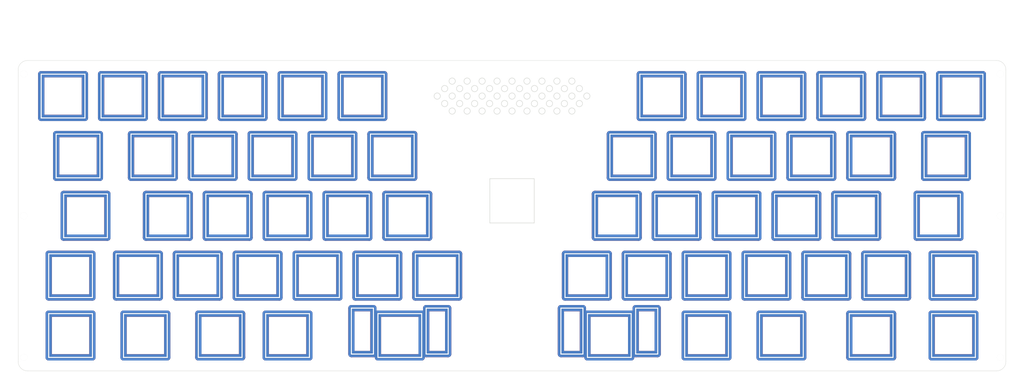
<source format=kicad_pcb>
(kicad_pcb (version 20171130) (host pcbnew "(5.1.12)-1")

  (general
    (thickness 1.6)
    (drawings 100)
    (tracks 0)
    (zones 0)
    (modules 77)
    (nets 1)
  )

  (page A3)
  (layers
    (0 F.Cu signal)
    (31 B.Cu signal)
    (32 B.Adhes user)
    (33 F.Adhes user)
    (34 B.Paste user)
    (35 F.Paste user)
    (36 B.SilkS user)
    (37 F.SilkS user)
    (38 B.Mask user)
    (39 F.Mask user)
    (40 Dwgs.User user)
    (41 Cmts.User user)
    (42 Eco1.User user)
    (43 Eco2.User user)
    (44 Edge.Cuts user)
    (45 Margin user)
    (46 B.CrtYd user)
    (47 F.CrtYd user)
    (48 B.Fab user)
    (49 F.Fab user)
  )

  (setup
    (last_trace_width 0.25)
    (user_trace_width 0.5)
    (user_trace_width 0.5)
    (trace_clearance 0.2)
    (zone_clearance 0.508)
    (zone_45_only no)
    (trace_min 0.2)
    (via_size 0.8)
    (via_drill 0.4)
    (via_min_size 0.4)
    (via_min_drill 0.3)
    (uvia_size 0.3)
    (uvia_drill 0.1)
    (uvias_allowed no)
    (uvia_min_size 0.2)
    (uvia_min_drill 0.1)
    (edge_width 0.1)
    (segment_width 0.2)
    (pcb_text_width 0.3)
    (pcb_text_size 1.5 1.5)
    (mod_edge_width 0.15)
    (mod_text_size 1 1)
    (mod_text_width 0.15)
    (pad_size 2.2 2.2)
    (pad_drill 2.2)
    (pad_to_mask_clearance 0)
    (aux_axis_origin 0 0)
    (visible_elements 7FFFFFFF)
    (pcbplotparams
      (layerselection 0x01000_7ffffffe)
      (usegerberextensions true)
      (usegerberattributes false)
      (usegerberadvancedattributes false)
      (creategerberjobfile false)
      (excludeedgelayer true)
      (linewidth 0.100000)
      (plotframeref false)
      (viasonmask false)
      (mode 1)
      (useauxorigin false)
      (hpglpennumber 1)
      (hpglpenspeed 20)
      (hpglpendiameter 15.000000)
      (psnegative false)
      (psa4output false)
      (plotreference true)
      (plotvalue true)
      (plotinvisibletext false)
      (padsonsilk false)
      (subtractmaskfromsilk false)
      (outputformat 4)
      (mirror false)
      (drillshape 0)
      (scaleselection 1)
      (outputdirectory "C:/Users/サリチル酸/Desktop/"))
  )

  (net 0 "")

  (net_class Default "これはデフォルトのネット クラスです。"
    (clearance 0.2)
    (trace_width 0.25)
    (via_dia 0.8)
    (via_drill 0.4)
    (uvia_dia 0.3)
    (uvia_drill 0.1)
  )

  (module kbd_SW_Hole:SW_Hole_TH_2.25u (layer F.Cu) (tedit 6106BD2F) (tstamp 61D7C568)
    (at 202.40625 104.775 180)
    (path /5C3DCEFA)
    (fp_text reference SW36 (at 7 8.1) (layer F.SilkS) hide
      (effects (font (size 1 1) (thickness 0.15)))
    )
    (fp_text value SW_PUSH (at -7.4 -8.1) (layer F.Fab) hide
      (effects (font (size 1 1) (thickness 0.15)))
    )
    (fp_line (start -15.5 -6) (end -8.3 -6) (layer Edge.Cuts) (width 0.12))
    (fp_line (start -15.5 8.8) (end -15.5 -6) (layer Edge.Cuts) (width 0.12))
    (fp_line (start -8.3 8.8) (end -15.5 8.8) (layer Edge.Cuts) (width 0.12))
    (fp_line (start -8.3 -6) (end -8.3 8.8) (layer Edge.Cuts) (width 0.12))
    (fp_line (start 15.5 -6) (end 8.3 -6) (layer Edge.Cuts) (width 0.12))
    (fp_line (start 15.5 8.8) (end 15.5 -6) (layer Edge.Cuts) (width 0.12))
    (fp_line (start 8.3 8.8) (end 15.5 8.8) (layer Edge.Cuts) (width 0.12))
    (fp_line (start 8.3 -6) (end 8.3 8.8) (layer Edge.Cuts) (width 0.12))
    (fp_line (start -7.05 -7.05) (end 7.05 -7.05) (layer Edge.Cuts) (width 0.15))
    (fp_line (start 7.05 -7.05) (end 7.05 7.05) (layer Edge.Cuts) (width 0.15))
    (fp_line (start 7.05 7.05) (end -7.05 7.05) (layer Edge.Cuts) (width 0.15))
    (fp_line (start -7.05 7.05) (end -7.05 -7.05) (layer Edge.Cuts) (width 0.15))
    (fp_line (start 21.43125 -9.525) (end -21.43125 -9.525) (layer F.Fab) (width 0.15))
    (fp_line (start -21.43125 -9.525) (end -21.43125 9.525) (layer F.Fab) (width 0.15))
    (fp_line (start -21.43125 9.525) (end 21.43125 9.525) (layer F.Fab) (width 0.15))
    (fp_line (start 21.43125 9.525) (end 21.43125 -9.525) (layer F.Fab) (width 0.15))
    (pad 1 thru_hole oval (at -15.4 1.4 180) (size 2 16.6) (drill oval 0.3 14.9) (layers *.Cu *.Mask))
    (pad 1 thru_hole oval (at -8.4 1.4 180) (size 2 16.6) (drill oval 0.3 14.9) (layers *.Cu *.Mask))
    (pad 1 thru_hole oval (at -11.9 -5.9 270) (size 2 8.9) (drill oval 0.3 7.3) (layers *.Cu *.Mask))
    (pad 1 thru_hole oval (at -11.9 8.7 270) (size 2 8.9) (drill oval 0.3 7.3) (layers *.Cu *.Mask))
    (pad 1 thru_hole oval (at 11.9 8.7 270) (size 2 8.9) (drill oval 0.3 7.3) (layers *.Cu *.Mask))
    (pad 1 thru_hole oval (at -6.95 0 180) (size 2 15.9) (drill oval 0.3 14.2) (layers *.Cu *.Mask))
    (pad 1 thru_hole oval (at 6.95 0 180) (size 2 15.9) (drill oval 0.3 14.2) (layers *.Cu *.Mask))
    (pad 1 thru_hole oval (at 0 -6.95 270) (size 2 15.9) (drill oval 0.3 14.2) (layers *.Cu *.Mask))
    (pad 1 thru_hole oval (at 0 6.95 270) (size 2 15.9) (drill oval 0.3 14.2) (layers *.Cu *.Mask))
    (pad 1 thru_hole oval (at 15.4 1.4 180) (size 2 16.6) (drill oval 0.3 14.9) (layers *.Cu *.Mask))
    (pad 1 thru_hole oval (at 8.4 1.4 180) (size 2 16.6) (drill oval 0.3 14.9) (layers *.Cu *.Mask))
    (pad 1 thru_hole oval (at 11.9 -5.9 270) (size 2 8.9) (drill oval 0.3 7.3) (layers *.Cu *.Mask))
  )

  (module kbd_SW_Hole:SW_Hole_TH_2.75u (layer F.Cu) (tedit 6106BD5F) (tstamp 61D7C44C)
    (at 135.73125 104.775 180)
    (fp_text reference SW25 (at 7 8.1) (layer F.SilkS) hide
      (effects (font (size 1 1) (thickness 0.15)))
    )
    (fp_text value KEY_SWITCH (at -7.4 -8.1) (layer F.Fab) hide
      (effects (font (size 1 1) (thickness 0.15)))
    )
    (fp_line (start -15.5 -6) (end -8.3 -6) (layer Edge.Cuts) (width 0.12))
    (fp_line (start -15.5 8.8) (end -15.5 -6) (layer Edge.Cuts) (width 0.12))
    (fp_line (start -8.3 8.8) (end -15.5 8.8) (layer Edge.Cuts) (width 0.12))
    (fp_line (start -8.3 -6) (end -8.3 8.8) (layer Edge.Cuts) (width 0.12))
    (fp_line (start 15.5 -6) (end 8.3 -6) (layer Edge.Cuts) (width 0.12))
    (fp_line (start 15.5 8.8) (end 15.5 -6) (layer Edge.Cuts) (width 0.12))
    (fp_line (start 8.3 8.8) (end 15.5 8.8) (layer Edge.Cuts) (width 0.12))
    (fp_line (start 8.3 -6) (end 8.3 8.8) (layer Edge.Cuts) (width 0.12))
    (fp_line (start -7.05 -7.05) (end 7.05 -7.05) (layer Edge.Cuts) (width 0.15))
    (fp_line (start 7.05 -7.05) (end 7.05 7.05) (layer Edge.Cuts) (width 0.15))
    (fp_line (start 7.05 7.05) (end -7.05 7.05) (layer Edge.Cuts) (width 0.15))
    (fp_line (start -7.05 7.05) (end -7.05 -7.05) (layer Edge.Cuts) (width 0.15))
    (fp_line (start 26.19375 -9.525) (end -26.19375 -9.525) (layer F.Fab) (width 0.15))
    (fp_line (start -26.19375 -9.525) (end -26.19375 9.525) (layer F.Fab) (width 0.15))
    (fp_line (start -26.19375 9.525) (end 26.19375 9.525) (layer F.Fab) (width 0.15))
    (fp_line (start 26.19375 9.525) (end 26.19375 -9.525) (layer F.Fab) (width 0.15))
    (pad 1 thru_hole oval (at -15.4 1.4 180) (size 2 16.6) (drill oval 0.3 14.9) (layers *.Cu *.Mask))
    (pad 1 thru_hole oval (at -8.4 1.4 180) (size 2 16.6) (drill oval 0.3 14.9) (layers *.Cu *.Mask))
    (pad 1 thru_hole oval (at -11.9 -5.9 270) (size 2 8.9) (drill oval 0.3 7.3) (layers *.Cu *.Mask))
    (pad 1 thru_hole oval (at -11.9 8.7 270) (size 2 8.9) (drill oval 0.3 7.3) (layers *.Cu *.Mask))
    (pad 1 thru_hole oval (at 11.9 8.7 270) (size 2 8.9) (drill oval 0.3 7.3) (layers *.Cu *.Mask))
    (pad 1 thru_hole oval (at -6.95 0 180) (size 2 15.9) (drill oval 0.3 14.2) (layers *.Cu *.Mask))
    (pad 1 thru_hole oval (at 6.95 0 180) (size 2 15.9) (drill oval 0.3 14.2) (layers *.Cu *.Mask))
    (pad 1 thru_hole oval (at 0 -6.95 270) (size 2 15.9) (drill oval 0.3 14.2) (layers *.Cu *.Mask))
    (pad 1 thru_hole oval (at 0 6.95 270) (size 2 15.9) (drill oval 0.3 14.2) (layers *.Cu *.Mask))
    (pad 1 thru_hole oval (at 15.4 1.4 180) (size 2 16.6) (drill oval 0.3 14.9) (layers *.Cu *.Mask))
    (pad 1 thru_hole oval (at 8.4 1.4 180) (size 2 16.6) (drill oval 0.3 14.9) (layers *.Cu *.Mask))
    (pad 1 thru_hole oval (at 11.9 -5.9 270) (size 2 8.9) (drill oval 0.3 7.3) (layers *.Cu *.Mask))
  )

  (module kbd_SW_Hole:SW_Hole_TH_1.75u (layer F.Cu) (tedit 60F19242) (tstamp 61D7C4F8)
    (at 311.94375 104.775)
    (path /5C3DCEFA)
    (fp_text reference SW61 (at 7 8.1) (layer F.SilkS) hide
      (effects (font (size 1 1) (thickness 0.15)))
    )
    (fp_text value SW_PUSH (at -7.4 -8.1) (layer F.Fab) hide
      (effects (font (size 1 1) (thickness 0.15)))
    )
    (fp_line (start 16.66875 -9.525) (end -16.66875 -9.525) (layer F.Fab) (width 0.15))
    (fp_line (start -16.66875 -9.525) (end -16.66875 9.525) (layer F.Fab) (width 0.15))
    (fp_line (start -16.66875 9.525) (end 16.66875 9.525) (layer F.Fab) (width 0.15))
    (fp_line (start 16.66875 9.525) (end 16.66875 -9.525) (layer F.Fab) (width 0.15))
    (fp_line (start 7.05 -7.05) (end 7.05 7.05) (layer Edge.Cuts) (width 0.12))
    (fp_line (start -7.05 7.05) (end -7.05 -7.05) (layer Edge.Cuts) (width 0.12))
    (fp_line (start -7.05 -7.05) (end 7.05 -7.05) (layer Edge.Cuts) (width 0.12))
    (fp_line (start 7.05 7.05) (end -7.05 7.05) (layer Edge.Cuts) (width 0.12))
    (pad 1 thru_hole oval (at 6.95 0) (size 2 15.9) (drill oval 0.3 14.2) (layers *.Cu *.Mask))
    (pad 1 thru_hole oval (at -6.95 0) (size 2 15.9) (drill oval 0.3 14.2) (layers *.Cu *.Mask))
    (pad 1 thru_hole oval (at 0 6.95 90) (size 2 15.9) (drill oval 0.3 14.2) (layers *.Cu *.Mask))
    (pad 1 thru_hole oval (at 0 -6.95 90) (size 2 15.9) (drill oval 0.3 14.2) (layers *.Cu *.Mask))
  )

  (module kbd_SW_Hole:SW_Hole_TH_1.75u (layer F.Cu) (tedit 60F19242) (tstamp 61D7C408)
    (at 78.58125 104.775)
    (path /5C3DCEFA)
    (fp_text reference SW15 (at 7 8.1) (layer F.SilkS) hide
      (effects (font (size 1 1) (thickness 0.15)))
    )
    (fp_text value SW_PUSH (at -7.4 -8.1) (layer F.Fab) hide
      (effects (font (size 1 1) (thickness 0.15)))
    )
    (fp_line (start 16.66875 -9.525) (end -16.66875 -9.525) (layer F.Fab) (width 0.15))
    (fp_line (start -16.66875 -9.525) (end -16.66875 9.525) (layer F.Fab) (width 0.15))
    (fp_line (start -16.66875 9.525) (end 16.66875 9.525) (layer F.Fab) (width 0.15))
    (fp_line (start 16.66875 9.525) (end 16.66875 -9.525) (layer F.Fab) (width 0.15))
    (fp_line (start 7.05 -7.05) (end 7.05 7.05) (layer Edge.Cuts) (width 0.12))
    (fp_line (start -7.05 7.05) (end -7.05 -7.05) (layer Edge.Cuts) (width 0.12))
    (fp_line (start -7.05 -7.05) (end 7.05 -7.05) (layer Edge.Cuts) (width 0.12))
    (fp_line (start 7.05 7.05) (end -7.05 7.05) (layer Edge.Cuts) (width 0.12))
    (pad 1 thru_hole oval (at 6.95 0) (size 2 15.9) (drill oval 0.3 14.2) (layers *.Cu *.Mask))
    (pad 1 thru_hole oval (at -6.95 0) (size 2 15.9) (drill oval 0.3 14.2) (layers *.Cu *.Mask))
    (pad 1 thru_hole oval (at 0 6.95 90) (size 2 15.9) (drill oval 0.3 14.2) (layers *.Cu *.Mask))
    (pad 1 thru_hole oval (at 0 -6.95 90) (size 2 15.9) (drill oval 0.3 14.2) (layers *.Cu *.Mask))
  )

  (module kbd_SW_Hole:SW_Hole_TH_1.75u (layer F.Cu) (tedit 60F19242) (tstamp 61D7C3F2)
    (at 54.76875 104.775)
    (path /5C3DCEFA)
    (fp_text reference SW10 (at 7 8.1) (layer F.SilkS) hide
      (effects (font (size 1 1) (thickness 0.15)))
    )
    (fp_text value SW_PUSH (at -7.4 -8.1) (layer F.Fab) hide
      (effects (font (size 1 1) (thickness 0.15)))
    )
    (fp_line (start 16.66875 -9.525) (end -16.66875 -9.525) (layer F.Fab) (width 0.15))
    (fp_line (start -16.66875 -9.525) (end -16.66875 9.525) (layer F.Fab) (width 0.15))
    (fp_line (start -16.66875 9.525) (end 16.66875 9.525) (layer F.Fab) (width 0.15))
    (fp_line (start 16.66875 9.525) (end 16.66875 -9.525) (layer F.Fab) (width 0.15))
    (fp_line (start 7.05 -7.05) (end 7.05 7.05) (layer Edge.Cuts) (width 0.12))
    (fp_line (start -7.05 7.05) (end -7.05 -7.05) (layer Edge.Cuts) (width 0.12))
    (fp_line (start -7.05 -7.05) (end 7.05 -7.05) (layer Edge.Cuts) (width 0.12))
    (fp_line (start 7.05 7.05) (end -7.05 7.05) (layer Edge.Cuts) (width 0.12))
    (pad 1 thru_hole oval (at 6.95 0) (size 2 15.9) (drill oval 0.3 14.2) (layers *.Cu *.Mask))
    (pad 1 thru_hole oval (at -6.95 0) (size 2 15.9) (drill oval 0.3 14.2) (layers *.Cu *.Mask))
    (pad 1 thru_hole oval (at 0 6.95 90) (size 2 15.9) (drill oval 0.3 14.2) (layers *.Cu *.Mask))
    (pad 1 thru_hole oval (at 0 -6.95 90) (size 2 15.9) (drill oval 0.3 14.2) (layers *.Cu *.Mask))
  )

  (module kbd_SW_Hole:SW_Hole_TH_1.75u (layer F.Cu) (tedit 60F19242) (tstamp 61D7C3DC)
    (at 30.95625 104.775)
    (path /5C3DCEFA)
    (fp_text reference SW5 (at 7 8.1) (layer F.SilkS) hide
      (effects (font (size 1 1) (thickness 0.15)))
    )
    (fp_text value SW_PUSH (at -7.4 -8.1) (layer F.Fab) hide
      (effects (font (size 1 1) (thickness 0.15)))
    )
    (fp_line (start 16.66875 -9.525) (end -16.66875 -9.525) (layer F.Fab) (width 0.15))
    (fp_line (start -16.66875 -9.525) (end -16.66875 9.525) (layer F.Fab) (width 0.15))
    (fp_line (start -16.66875 9.525) (end 16.66875 9.525) (layer F.Fab) (width 0.15))
    (fp_line (start 16.66875 9.525) (end 16.66875 -9.525) (layer F.Fab) (width 0.15))
    (fp_line (start 7.05 -7.05) (end 7.05 7.05) (layer Edge.Cuts) (width 0.12))
    (fp_line (start -7.05 7.05) (end -7.05 -7.05) (layer Edge.Cuts) (width 0.12))
    (fp_line (start -7.05 -7.05) (end 7.05 -7.05) (layer Edge.Cuts) (width 0.12))
    (fp_line (start 7.05 7.05) (end -7.05 7.05) (layer Edge.Cuts) (width 0.12))
    (pad 1 thru_hole oval (at 6.95 0) (size 2 15.9) (drill oval 0.3 14.2) (layers *.Cu *.Mask))
    (pad 1 thru_hole oval (at -6.95 0) (size 2 15.9) (drill oval 0.3 14.2) (layers *.Cu *.Mask))
    (pad 1 thru_hole oval (at 0 6.95 90) (size 2 15.9) (drill oval 0.3 14.2) (layers *.Cu *.Mask))
    (pad 1 thru_hole oval (at 0 -6.95 90) (size 2 15.9) (drill oval 0.3 14.2) (layers *.Cu *.Mask))
  )

  (module kbd_SW_Hole:SW_Hole_TH_1.75u (layer F.Cu) (tedit 60F19242) (tstamp 61D7C2CF)
    (at 311.94375 85.725)
    (path /5C3DCEFA)
    (fp_text reference SW60 (at 7 8.1) (layer F.SilkS) hide
      (effects (font (size 1 1) (thickness 0.15)))
    )
    (fp_text value SW_PUSH (at -7.4 -8.1) (layer F.Fab) hide
      (effects (font (size 1 1) (thickness 0.15)))
    )
    (fp_line (start 16.66875 -9.525) (end -16.66875 -9.525) (layer F.Fab) (width 0.15))
    (fp_line (start -16.66875 -9.525) (end -16.66875 9.525) (layer F.Fab) (width 0.15))
    (fp_line (start -16.66875 9.525) (end 16.66875 9.525) (layer F.Fab) (width 0.15))
    (fp_line (start 16.66875 9.525) (end 16.66875 -9.525) (layer F.Fab) (width 0.15))
    (fp_line (start 7.05 -7.05) (end 7.05 7.05) (layer Edge.Cuts) (width 0.12))
    (fp_line (start -7.05 7.05) (end -7.05 -7.05) (layer Edge.Cuts) (width 0.12))
    (fp_line (start -7.05 -7.05) (end 7.05 -7.05) (layer Edge.Cuts) (width 0.12))
    (fp_line (start 7.05 7.05) (end -7.05 7.05) (layer Edge.Cuts) (width 0.12))
    (pad 1 thru_hole oval (at 6.95 0) (size 2 15.9) (drill oval 0.3 14.2) (layers *.Cu *.Mask))
    (pad 1 thru_hole oval (at -6.95 0) (size 2 15.9) (drill oval 0.3 14.2) (layers *.Cu *.Mask))
    (pad 1 thru_hole oval (at 0 6.95 90) (size 2 15.9) (drill oval 0.3 14.2) (layers *.Cu *.Mask))
    (pad 1 thru_hole oval (at 0 -6.95 90) (size 2 15.9) (drill oval 0.3 14.2) (layers *.Cu *.Mask))
  )

  (module kbd_SW_Hole:SW_Hole_TH_1.75u (layer F.Cu) (tedit 60F19242) (tstamp 61D7BF23)
    (at 30.95625 85.725)
    (path /5C3DCEFA)
    (fp_text reference SW4 (at 7 8.1) (layer F.SilkS) hide
      (effects (font (size 1 1) (thickness 0.15)))
    )
    (fp_text value SW_PUSH (at -7.4 -8.1) (layer F.Fab) hide
      (effects (font (size 1 1) (thickness 0.15)))
    )
    (fp_line (start 16.66875 -9.525) (end -16.66875 -9.525) (layer F.Fab) (width 0.15))
    (fp_line (start -16.66875 -9.525) (end -16.66875 9.525) (layer F.Fab) (width 0.15))
    (fp_line (start -16.66875 9.525) (end 16.66875 9.525) (layer F.Fab) (width 0.15))
    (fp_line (start 16.66875 9.525) (end 16.66875 -9.525) (layer F.Fab) (width 0.15))
    (fp_line (start 7.05 -7.05) (end 7.05 7.05) (layer Edge.Cuts) (width 0.12))
    (fp_line (start -7.05 7.05) (end -7.05 -7.05) (layer Edge.Cuts) (width 0.12))
    (fp_line (start -7.05 -7.05) (end 7.05 -7.05) (layer Edge.Cuts) (width 0.12))
    (fp_line (start 7.05 7.05) (end -7.05 7.05) (layer Edge.Cuts) (width 0.12))
    (pad 1 thru_hole oval (at 6.95 0) (size 2 15.9) (drill oval 0.3 14.2) (layers *.Cu *.Mask))
    (pad 1 thru_hole oval (at -6.95 0) (size 2 15.9) (drill oval 0.3 14.2) (layers *.Cu *.Mask))
    (pad 1 thru_hole oval (at 0 6.95 90) (size 2 15.9) (drill oval 0.3 14.2) (layers *.Cu *.Mask))
    (pad 1 thru_hole oval (at 0 -6.95 90) (size 2 15.9) (drill oval 0.3 14.2) (layers *.Cu *.Mask))
  )

  (module kbd_SW_Hole:SW_Hole_TH_1.75u (layer F.Cu) (tedit 60F19242) (tstamp 61D7BE57)
    (at 307.18125 66.675)
    (path /5CAAE847)
    (fp_text reference SW58 (at 7 8.1) (layer Edge.Cuts) hide
      (effects (font (size 1 1) (thickness 0.15)))
    )
    (fp_text value SW_PUSH (at -7.4 -8.1) (layer F.Fab) hide
      (effects (font (size 1 1) (thickness 0.15)))
    )
    (fp_line (start 16.66875 -9.525) (end -16.66875 -9.525) (layer F.Fab) (width 0.15))
    (fp_line (start -16.66875 -9.525) (end -16.66875 9.525) (layer F.Fab) (width 0.15))
    (fp_line (start -16.66875 9.525) (end 16.66875 9.525) (layer F.Fab) (width 0.15))
    (fp_line (start 16.66875 9.525) (end 16.66875 -9.525) (layer F.Fab) (width 0.15))
    (fp_line (start 7.05 -7.05) (end 7.05 7.05) (layer Edge.Cuts) (width 0.12))
    (fp_line (start -7.05 7.05) (end -7.05 -7.05) (layer Edge.Cuts) (width 0.12))
    (fp_line (start -7.05 -7.05) (end 7.05 -7.05) (layer Edge.Cuts) (width 0.12))
    (fp_line (start 7.05 7.05) (end -7.05 7.05) (layer Edge.Cuts) (width 0.12))
    (pad 1 thru_hole oval (at 6.95 0) (size 2 15.9) (drill oval 0.3 14.2) (layers *.Cu *.Mask))
    (pad 1 thru_hole oval (at -6.95 0) (size 2 15.9) (drill oval 0.3 14.2) (layers *.Cu *.Mask))
    (pad 1 thru_hole oval (at 0 6.95 90) (size 2 15.9) (drill oval 0.3 14.2) (layers *.Cu *.Mask))
    (pad 1 thru_hole oval (at 0 -6.95 90) (size 2 15.9) (drill oval 0.3 14.2) (layers *.Cu *.Mask))
  )

  (module kbd_SW_Hole:SW_Hole_TH_1.75u (layer F.Cu) (tedit 60F19242) (tstamp 5CF70F1B)
    (at 35.71875 66.675)
    (path /5CAAE847)
    (fp_text reference SW3 (at 7 8.1) (layer Edge.Cuts) hide
      (effects (font (size 1 1) (thickness 0.15)))
    )
    (fp_text value SW_PUSH (at -7.4 -8.1) (layer F.Fab) hide
      (effects (font (size 1 1) (thickness 0.15)))
    )
    (fp_line (start 16.66875 -9.525) (end -16.66875 -9.525) (layer F.Fab) (width 0.15))
    (fp_line (start -16.66875 -9.525) (end -16.66875 9.525) (layer F.Fab) (width 0.15))
    (fp_line (start -16.66875 9.525) (end 16.66875 9.525) (layer F.Fab) (width 0.15))
    (fp_line (start 16.66875 9.525) (end 16.66875 -9.525) (layer F.Fab) (width 0.15))
    (fp_line (start 7.05 -7.05) (end 7.05 7.05) (layer Edge.Cuts) (width 0.12))
    (fp_line (start -7.05 7.05) (end -7.05 -7.05) (layer Edge.Cuts) (width 0.12))
    (fp_line (start -7.05 -7.05) (end 7.05 -7.05) (layer Edge.Cuts) (width 0.12))
    (fp_line (start 7.05 7.05) (end -7.05 7.05) (layer Edge.Cuts) (width 0.12))
    (pad 1 thru_hole oval (at 6.95 0) (size 2 15.9) (drill oval 0.3 14.2) (layers *.Cu *.Mask))
    (pad 1 thru_hole oval (at -6.95 0) (size 2 15.9) (drill oval 0.3 14.2) (layers *.Cu *.Mask))
    (pad 1 thru_hole oval (at 0 6.95 90) (size 2 15.9) (drill oval 0.3 14.2) (layers *.Cu *.Mask))
    (pad 1 thru_hole oval (at 0 -6.95 90) (size 2 15.9) (drill oval 0.3 14.2) (layers *.Cu *.Mask))
  )

  (module kbd_SW_Hole:SW_Hole_TH_1.5u (layer F.Cu) (tedit 60F19221) (tstamp 61D7C530)
    (at 257.175 104.775)
    (fp_text reference SW50 (at 7 8.1) (layer F.SilkS) hide
      (effects (font (size 1 1) (thickness 0.15)))
    )
    (fp_text value KEY_SWITCH (at -7.4 -8.1) (layer F.Fab) hide
      (effects (font (size 1 1) (thickness 0.15)))
    )
    (fp_line (start 14.2875 -9.525) (end -14.2875 -9.525) (layer F.Fab) (width 0.15))
    (fp_line (start -14.2875 -9.525) (end -14.2875 9.525) (layer F.Fab) (width 0.15))
    (fp_line (start -14.2875 9.525) (end 14.2875 9.525) (layer F.Fab) (width 0.15))
    (fp_line (start 14.2875 9.525) (end 14.2875 -9.525) (layer F.Fab) (width 0.15))
    (fp_line (start 7.05 -7.05) (end 7.05 7.05) (layer Edge.Cuts) (width 0.12))
    (fp_line (start -7.05 7.05) (end -7.05 -7.05) (layer Edge.Cuts) (width 0.12))
    (fp_line (start -7.05 -7.05) (end 7.05 -7.05) (layer Edge.Cuts) (width 0.12))
    (fp_line (start 7.05 7.05) (end -7.05 7.05) (layer Edge.Cuts) (width 0.12))
    (pad 1 thru_hole oval (at 6.95 0) (size 2 15.9) (drill oval 0.3 14.2) (layers *.Cu *.Mask))
    (pad 1 thru_hole oval (at -6.95 0) (size 2 15.9) (drill oval 0.3 14.2) (layers *.Cu *.Mask))
    (pad 1 thru_hole oval (at 0 6.95 90) (size 2 15.9) (drill oval 0.3 14.2) (layers *.Cu *.Mask))
    (pad 1 thru_hole oval (at 0 -6.95 90) (size 2 15.9) (drill oval 0.3 14.2) (layers *.Cu *.Mask))
  )

  (module kbd_SW_Hole:SW_Hole_TH_1.5u (layer F.Cu) (tedit 60F19221) (tstamp 61D7C51A)
    (at 285.75 104.775)
    (fp_text reference SW55 (at 7 8.1) (layer F.SilkS) hide
      (effects (font (size 1 1) (thickness 0.15)))
    )
    (fp_text value KEY_SWITCH (at -7.4 -8.1) (layer F.Fab) hide
      (effects (font (size 1 1) (thickness 0.15)))
    )
    (fp_line (start 14.2875 -9.525) (end -14.2875 -9.525) (layer F.Fab) (width 0.15))
    (fp_line (start -14.2875 -9.525) (end -14.2875 9.525) (layer F.Fab) (width 0.15))
    (fp_line (start -14.2875 9.525) (end 14.2875 9.525) (layer F.Fab) (width 0.15))
    (fp_line (start 14.2875 9.525) (end 14.2875 -9.525) (layer F.Fab) (width 0.15))
    (fp_line (start 7.05 -7.05) (end 7.05 7.05) (layer Edge.Cuts) (width 0.12))
    (fp_line (start -7.05 7.05) (end -7.05 -7.05) (layer Edge.Cuts) (width 0.12))
    (fp_line (start -7.05 -7.05) (end 7.05 -7.05) (layer Edge.Cuts) (width 0.12))
    (fp_line (start 7.05 7.05) (end -7.05 7.05) (layer Edge.Cuts) (width 0.12))
    (pad 1 thru_hole oval (at 6.95 0) (size 2 15.9) (drill oval 0.3 14.2) (layers *.Cu *.Mask))
    (pad 1 thru_hole oval (at -6.95 0) (size 2 15.9) (drill oval 0.3 14.2) (layers *.Cu *.Mask))
    (pad 1 thru_hole oval (at 0 6.95 90) (size 2 15.9) (drill oval 0.3 14.2) (layers *.Cu *.Mask))
    (pad 1 thru_hole oval (at 0 -6.95 90) (size 2 15.9) (drill oval 0.3 14.2) (layers *.Cu *.Mask))
  )

  (module kbd_SW_Hole:SW_Hole_TH_1.5u (layer F.Cu) (tedit 60F19221) (tstamp 61D7BDEF)
    (at 309.5625 47.625)
    (fp_text reference SW57 (at 7 8.1) (layer F.SilkS) hide
      (effects (font (size 1 1) (thickness 0.15)))
    )
    (fp_text value KEY_SWITCH (at -7.4 -8.1) (layer F.Fab) hide
      (effects (font (size 1 1) (thickness 0.15)))
    )
    (fp_line (start 14.2875 -9.525) (end -14.2875 -9.525) (layer F.Fab) (width 0.15))
    (fp_line (start -14.2875 -9.525) (end -14.2875 9.525) (layer F.Fab) (width 0.15))
    (fp_line (start -14.2875 9.525) (end 14.2875 9.525) (layer F.Fab) (width 0.15))
    (fp_line (start 14.2875 9.525) (end 14.2875 -9.525) (layer F.Fab) (width 0.15))
    (fp_line (start 7.05 -7.05) (end 7.05 7.05) (layer Edge.Cuts) (width 0.12))
    (fp_line (start -7.05 7.05) (end -7.05 -7.05) (layer Edge.Cuts) (width 0.12))
    (fp_line (start -7.05 -7.05) (end 7.05 -7.05) (layer Edge.Cuts) (width 0.12))
    (fp_line (start 7.05 7.05) (end -7.05 7.05) (layer Edge.Cuts) (width 0.12))
    (pad 1 thru_hole oval (at 6.95 0) (size 2 15.9) (drill oval 0.3 14.2) (layers *.Cu *.Mask))
    (pad 1 thru_hole oval (at -6.95 0) (size 2 15.9) (drill oval 0.3 14.2) (layers *.Cu *.Mask))
    (pad 1 thru_hole oval (at 0 6.95 90) (size 2 15.9) (drill oval 0.3 14.2) (layers *.Cu *.Mask))
    (pad 1 thru_hole oval (at 0 -6.95 90) (size 2 15.9) (drill oval 0.3 14.2) (layers *.Cu *.Mask))
  )

  (module kbd_SW_Hole:SW_Hole_TH_1.5u (layer F.Cu) (tedit 60F19221) (tstamp 60A28FB7)
    (at 33.3375 47.625)
    (fp_text reference SW2 (at 7 8.1) (layer F.SilkS) hide
      (effects (font (size 1 1) (thickness 0.15)))
    )
    (fp_text value KEY_SWITCH (at -7.4 -8.1) (layer F.Fab) hide
      (effects (font (size 1 1) (thickness 0.15)))
    )
    (fp_line (start 14.2875 -9.525) (end -14.2875 -9.525) (layer F.Fab) (width 0.15))
    (fp_line (start -14.2875 -9.525) (end -14.2875 9.525) (layer F.Fab) (width 0.15))
    (fp_line (start -14.2875 9.525) (end 14.2875 9.525) (layer F.Fab) (width 0.15))
    (fp_line (start 14.2875 9.525) (end 14.2875 -9.525) (layer F.Fab) (width 0.15))
    (fp_line (start 7.05 -7.05) (end 7.05 7.05) (layer Edge.Cuts) (width 0.12))
    (fp_line (start -7.05 7.05) (end -7.05 -7.05) (layer Edge.Cuts) (width 0.12))
    (fp_line (start -7.05 -7.05) (end 7.05 -7.05) (layer Edge.Cuts) (width 0.12))
    (fp_line (start 7.05 7.05) (end -7.05 7.05) (layer Edge.Cuts) (width 0.12))
    (pad 1 thru_hole oval (at 6.95 0) (size 2 15.9) (drill oval 0.3 14.2) (layers *.Cu *.Mask))
    (pad 1 thru_hole oval (at -6.95 0) (size 2 15.9) (drill oval 0.3 14.2) (layers *.Cu *.Mask))
    (pad 1 thru_hole oval (at 0 6.95 90) (size 2 15.9) (drill oval 0.3 14.2) (layers *.Cu *.Mask))
    (pad 1 thru_hole oval (at 0 -6.95 90) (size 2 15.9) (drill oval 0.3 14.2) (layers *.Cu *.Mask))
  )

  (module kbd_SW_Hole:SW_Hole_1u (layer F.Cu) (tedit 60F58A59) (tstamp 61D7C617)
    (at 171.45 61.9125)
    (path /5C3DCE96)
    (fp_text reference SW30 (at 7 8.1) (layer F.SilkS) hide
      (effects (font (size 1 1) (thickness 0.15)))
    )
    (fp_text value SW_PUSH (at -7.4 -8.1) (layer F.Fab) hide
      (effects (font (size 1 1) (thickness 0.15)))
    )
    (fp_line (start 9.525 9.525) (end 9.525 -9.525) (layer F.Fab) (width 0.15))
    (fp_line (start -9.525 9.525) (end 9.525 9.525) (layer F.Fab) (width 0.15))
    (fp_line (start -9.525 -9.525) (end -9.525 9.525) (layer F.Fab) (width 0.15))
    (fp_line (start 9.525 -9.525) (end -9.525 -9.525) (layer F.Fab) (width 0.15))
    (fp_line (start -7.05 7.05) (end -7.05 -7.05) (layer Edge.Cuts) (width 0.15))
    (fp_line (start 7.05 7.05) (end -7.05 7.05) (layer Edge.Cuts) (width 0.15))
    (fp_line (start 7.05 -7.05) (end 7.05 7.05) (layer Edge.Cuts) (width 0.15))
    (fp_line (start -7.05 -7.05) (end 7.05 -7.05) (layer Edge.Cuts) (width 0.15))
  )

  (module kbd_SW_Hole:SW_Hole_TH_1u (layer F.Cu) (tedit 60E7B335) (tstamp 5CB90BC7)
    (at 57.15 47.625)
    (path /5C3DCEFA)
    (fp_text reference SW7 (at 7 8.1) (layer F.SilkS) hide
      (effects (font (size 1 1) (thickness 0.15)))
    )
    (fp_text value SW_PUSH (at -7.4 -8.1) (layer F.Fab) hide
      (effects (font (size 1 1) (thickness 0.15)))
    )
    (fp_line (start 9.525 -9.525) (end -9.525 -9.525) (layer F.Fab) (width 0.15))
    (fp_line (start -9.525 -9.525) (end -9.525 9.525) (layer F.Fab) (width 0.15))
    (fp_line (start -9.525 9.525) (end 9.525 9.525) (layer F.Fab) (width 0.15))
    (fp_line (start 9.525 9.525) (end 9.525 -9.525) (layer F.Fab) (width 0.15))
    (fp_line (start 7.05 -7.05) (end 7.05 7.05) (layer Edge.Cuts) (width 0.12))
    (fp_line (start -7.05 7.05) (end -7.05 -7.05) (layer Edge.Cuts) (width 0.12))
    (fp_line (start -7.05 -7.05) (end 7.05 -7.05) (layer Edge.Cuts) (width 0.12))
    (fp_line (start 7.05 7.05) (end -7.05 7.05) (layer Edge.Cuts) (width 0.12))
    (pad 1 thru_hole oval (at 6.95 0) (size 2 15.9) (drill oval 0.3 14.2) (layers *.Cu *.Mask))
    (pad 1 thru_hole oval (at -6.95 0) (size 2 15.9) (drill oval 0.3 14.2) (layers *.Cu *.Mask))
    (pad 1 thru_hole oval (at 0 6.95 90) (size 2 15.9) (drill oval 0.3 14.2) (layers *.Cu *.Mask))
    (pad 1 thru_hole oval (at 0 -6.95 90) (size 2 15.9) (drill oval 0.3 14.2) (layers *.Cu *.Mask))
  )

  (module kbd_SW_Hole:SW_Hole_TH_1u (layer F.Cu) (tedit 60E7B335) (tstamp 5CB90C14)
    (at 47.625 28.575)
    (path /5C3DCE96)
    (fp_text reference SW6 (at 7 8.1) (layer F.SilkS) hide
      (effects (font (size 1 1) (thickness 0.15)))
    )
    (fp_text value SW_PUSH (at -7.4 -8.1) (layer F.Fab) hide
      (effects (font (size 1 1) (thickness 0.15)))
    )
    (fp_line (start 9.525 -9.525) (end -9.525 -9.525) (layer F.Fab) (width 0.15))
    (fp_line (start -9.525 -9.525) (end -9.525 9.525) (layer F.Fab) (width 0.15))
    (fp_line (start -9.525 9.525) (end 9.525 9.525) (layer F.Fab) (width 0.15))
    (fp_line (start 9.525 9.525) (end 9.525 -9.525) (layer F.Fab) (width 0.15))
    (fp_line (start 7.05 -7.05) (end 7.05 7.05) (layer Edge.Cuts) (width 0.12))
    (fp_line (start -7.05 7.05) (end -7.05 -7.05) (layer Edge.Cuts) (width 0.12))
    (fp_line (start -7.05 -7.05) (end 7.05 -7.05) (layer Edge.Cuts) (width 0.12))
    (fp_line (start 7.05 7.05) (end -7.05 7.05) (layer Edge.Cuts) (width 0.12))
    (pad 1 thru_hole oval (at 6.95 0) (size 2 15.9) (drill oval 0.3 14.2) (layers *.Cu *.Mask))
    (pad 1 thru_hole oval (at -6.95 0) (size 2 15.9) (drill oval 0.3 14.2) (layers *.Cu *.Mask))
    (pad 1 thru_hole oval (at 0 6.95 90) (size 2 15.9) (drill oval 0.3 14.2) (layers *.Cu *.Mask))
    (pad 1 thru_hole oval (at 0 -6.95 90) (size 2 15.9) (drill oval 0.3 14.2) (layers *.Cu *.Mask))
  )

  (module kbd_SW_Hole:SW_Hole_TH_1u (layer F.Cu) (tedit 60E7B335) (tstamp 608704FB)
    (at 28.575 28.575)
    (path /5C3DCE96)
    (fp_text reference SW1 (at 7 8.1) (layer F.SilkS) hide
      (effects (font (size 1 1) (thickness 0.15)))
    )
    (fp_text value SW_PUSH (at -7.4 -8.1) (layer F.Fab) hide
      (effects (font (size 1 1) (thickness 0.15)))
    )
    (fp_line (start 9.525 -9.525) (end -9.525 -9.525) (layer F.Fab) (width 0.15))
    (fp_line (start -9.525 -9.525) (end -9.525 9.525) (layer F.Fab) (width 0.15))
    (fp_line (start -9.525 9.525) (end 9.525 9.525) (layer F.Fab) (width 0.15))
    (fp_line (start 9.525 9.525) (end 9.525 -9.525) (layer F.Fab) (width 0.15))
    (fp_line (start 7.05 -7.05) (end 7.05 7.05) (layer Edge.Cuts) (width 0.12))
    (fp_line (start -7.05 7.05) (end -7.05 -7.05) (layer Edge.Cuts) (width 0.12))
    (fp_line (start -7.05 -7.05) (end 7.05 -7.05) (layer Edge.Cuts) (width 0.12))
    (fp_line (start 7.05 7.05) (end -7.05 7.05) (layer Edge.Cuts) (width 0.12))
    (pad 1 thru_hole oval (at 6.95 0) (size 2 15.9) (drill oval 0.3 14.2) (layers *.Cu *.Mask))
    (pad 1 thru_hole oval (at -6.95 0) (size 2 15.9) (drill oval 0.3 14.2) (layers *.Cu *.Mask))
    (pad 1 thru_hole oval (at 0 6.95 90) (size 2 15.9) (drill oval 0.3 14.2) (layers *.Cu *.Mask))
    (pad 1 thru_hole oval (at 0 -6.95 90) (size 2 15.9) (drill oval 0.3 14.2) (layers *.Cu *.Mask))
  )

  (module kbd_SW_Hole:SW_Hole_TH_1u (layer F.Cu) (tedit 60E7B335) (tstamp 60A292A0)
    (at 52.3875 85.725)
    (path /5C3DCEFA)
    (fp_text reference SW9 (at 7 8.1) (layer F.SilkS) hide
      (effects (font (size 1 1) (thickness 0.15)))
    )
    (fp_text value SW_PUSH (at -7.4 -8.1) (layer F.Fab) hide
      (effects (font (size 1 1) (thickness 0.15)))
    )
    (fp_line (start 9.525 -9.525) (end -9.525 -9.525) (layer F.Fab) (width 0.15))
    (fp_line (start -9.525 -9.525) (end -9.525 9.525) (layer F.Fab) (width 0.15))
    (fp_line (start -9.525 9.525) (end 9.525 9.525) (layer F.Fab) (width 0.15))
    (fp_line (start 9.525 9.525) (end 9.525 -9.525) (layer F.Fab) (width 0.15))
    (fp_line (start 7.05 -7.05) (end 7.05 7.05) (layer Edge.Cuts) (width 0.12))
    (fp_line (start -7.05 7.05) (end -7.05 -7.05) (layer Edge.Cuts) (width 0.12))
    (fp_line (start -7.05 -7.05) (end 7.05 -7.05) (layer Edge.Cuts) (width 0.12))
    (fp_line (start 7.05 7.05) (end -7.05 7.05) (layer Edge.Cuts) (width 0.12))
    (pad 1 thru_hole oval (at 6.95 0) (size 2 15.9) (drill oval 0.3 14.2) (layers *.Cu *.Mask))
    (pad 1 thru_hole oval (at -6.95 0) (size 2 15.9) (drill oval 0.3 14.2) (layers *.Cu *.Mask))
    (pad 1 thru_hole oval (at 0 6.95 90) (size 2 15.9) (drill oval 0.3 14.2) (layers *.Cu *.Mask))
    (pad 1 thru_hole oval (at 0 -6.95 90) (size 2 15.9) (drill oval 0.3 14.2) (layers *.Cu *.Mask))
  )

  (module kbd_SW_Hole:SW_Hole_TH_1u (layer F.Cu) (tedit 60E7B335) (tstamp 60A292AB)
    (at 61.9125 66.675)
    (path /5C3DCE96)
    (fp_text reference SW8 (at 7 8.1) (layer F.SilkS) hide
      (effects (font (size 1 1) (thickness 0.15)))
    )
    (fp_text value SW_PUSH (at -7.4 -8.1) (layer F.Fab) hide
      (effects (font (size 1 1) (thickness 0.15)))
    )
    (fp_line (start 9.525 -9.525) (end -9.525 -9.525) (layer F.Fab) (width 0.15))
    (fp_line (start -9.525 -9.525) (end -9.525 9.525) (layer F.Fab) (width 0.15))
    (fp_line (start -9.525 9.525) (end 9.525 9.525) (layer F.Fab) (width 0.15))
    (fp_line (start 9.525 9.525) (end 9.525 -9.525) (layer F.Fab) (width 0.15))
    (fp_line (start 7.05 -7.05) (end 7.05 7.05) (layer Edge.Cuts) (width 0.12))
    (fp_line (start -7.05 7.05) (end -7.05 -7.05) (layer Edge.Cuts) (width 0.12))
    (fp_line (start -7.05 -7.05) (end 7.05 -7.05) (layer Edge.Cuts) (width 0.12))
    (fp_line (start 7.05 7.05) (end -7.05 7.05) (layer Edge.Cuts) (width 0.12))
    (pad 1 thru_hole oval (at 6.95 0) (size 2 15.9) (drill oval 0.3 14.2) (layers *.Cu *.Mask))
    (pad 1 thru_hole oval (at -6.95 0) (size 2 15.9) (drill oval 0.3 14.2) (layers *.Cu *.Mask))
    (pad 1 thru_hole oval (at 0 6.95 90) (size 2 15.9) (drill oval 0.3 14.2) (layers *.Cu *.Mask))
    (pad 1 thru_hole oval (at 0 -6.95 90) (size 2 15.9) (drill oval 0.3 14.2) (layers *.Cu *.Mask))
  )

  (module kbd_SW_Hole:SW_Hole_TH_1u (layer F.Cu) (tedit 60E7B335) (tstamp 60A29315)
    (at 76.2 47.625)
    (path /5C3DCEFA)
    (fp_text reference SW12 (at 7 8.1) (layer F.SilkS) hide
      (effects (font (size 1 1) (thickness 0.15)))
    )
    (fp_text value SW_PUSH (at -7.4 -8.1) (layer F.Fab) hide
      (effects (font (size 1 1) (thickness 0.15)))
    )
    (fp_line (start 9.525 -9.525) (end -9.525 -9.525) (layer F.Fab) (width 0.15))
    (fp_line (start -9.525 -9.525) (end -9.525 9.525) (layer F.Fab) (width 0.15))
    (fp_line (start -9.525 9.525) (end 9.525 9.525) (layer F.Fab) (width 0.15))
    (fp_line (start 9.525 9.525) (end 9.525 -9.525) (layer F.Fab) (width 0.15))
    (fp_line (start 7.05 -7.05) (end 7.05 7.05) (layer Edge.Cuts) (width 0.12))
    (fp_line (start -7.05 7.05) (end -7.05 -7.05) (layer Edge.Cuts) (width 0.12))
    (fp_line (start -7.05 -7.05) (end 7.05 -7.05) (layer Edge.Cuts) (width 0.12))
    (fp_line (start 7.05 7.05) (end -7.05 7.05) (layer Edge.Cuts) (width 0.12))
    (pad 1 thru_hole oval (at 6.95 0) (size 2 15.9) (drill oval 0.3 14.2) (layers *.Cu *.Mask))
    (pad 1 thru_hole oval (at -6.95 0) (size 2 15.9) (drill oval 0.3 14.2) (layers *.Cu *.Mask))
    (pad 1 thru_hole oval (at 0 6.95 90) (size 2 15.9) (drill oval 0.3 14.2) (layers *.Cu *.Mask))
    (pad 1 thru_hole oval (at 0 -6.95 90) (size 2 15.9) (drill oval 0.3 14.2) (layers *.Cu *.Mask))
  )

  (module kbd_SW_Hole:SW_Hole_TH_1u (layer F.Cu) (tedit 60E7B335) (tstamp 60A29320)
    (at 66.675 28.575)
    (path /5C3DCE96)
    (fp_text reference SW11 (at 7 8.1) (layer F.SilkS) hide
      (effects (font (size 1 1) (thickness 0.15)))
    )
    (fp_text value SW_PUSH (at -7.4 -8.1) (layer F.Fab) hide
      (effects (font (size 1 1) (thickness 0.15)))
    )
    (fp_line (start 9.525 -9.525) (end -9.525 -9.525) (layer F.Fab) (width 0.15))
    (fp_line (start -9.525 -9.525) (end -9.525 9.525) (layer F.Fab) (width 0.15))
    (fp_line (start -9.525 9.525) (end 9.525 9.525) (layer F.Fab) (width 0.15))
    (fp_line (start 9.525 9.525) (end 9.525 -9.525) (layer F.Fab) (width 0.15))
    (fp_line (start 7.05 -7.05) (end 7.05 7.05) (layer Edge.Cuts) (width 0.12))
    (fp_line (start -7.05 7.05) (end -7.05 -7.05) (layer Edge.Cuts) (width 0.12))
    (fp_line (start -7.05 -7.05) (end 7.05 -7.05) (layer Edge.Cuts) (width 0.12))
    (fp_line (start 7.05 7.05) (end -7.05 7.05) (layer Edge.Cuts) (width 0.12))
    (pad 1 thru_hole oval (at 6.95 0) (size 2 15.9) (drill oval 0.3 14.2) (layers *.Cu *.Mask))
    (pad 1 thru_hole oval (at -6.95 0) (size 2 15.9) (drill oval 0.3 14.2) (layers *.Cu *.Mask))
    (pad 1 thru_hole oval (at 0 6.95 90) (size 2 15.9) (drill oval 0.3 14.2) (layers *.Cu *.Mask))
    (pad 1 thru_hole oval (at 0 -6.95 90) (size 2 15.9) (drill oval 0.3 14.2) (layers *.Cu *.Mask))
  )

  (module kbd_SW_Hole:SW_Hole_TH_1u (layer F.Cu) (tedit 60E7B335) (tstamp 60A2932B)
    (at 80.9625 66.675)
    (path /5C3DCE96)
    (fp_text reference SW13 (at 7 8.1) (layer F.SilkS) hide
      (effects (font (size 1 1) (thickness 0.15)))
    )
    (fp_text value SW_PUSH (at -7.4 -8.1) (layer F.Fab) hide
      (effects (font (size 1 1) (thickness 0.15)))
    )
    (fp_line (start 9.525 -9.525) (end -9.525 -9.525) (layer F.Fab) (width 0.15))
    (fp_line (start -9.525 -9.525) (end -9.525 9.525) (layer F.Fab) (width 0.15))
    (fp_line (start -9.525 9.525) (end 9.525 9.525) (layer F.Fab) (width 0.15))
    (fp_line (start 9.525 9.525) (end 9.525 -9.525) (layer F.Fab) (width 0.15))
    (fp_line (start 7.05 -7.05) (end 7.05 7.05) (layer Edge.Cuts) (width 0.12))
    (fp_line (start -7.05 7.05) (end -7.05 -7.05) (layer Edge.Cuts) (width 0.12))
    (fp_line (start -7.05 -7.05) (end 7.05 -7.05) (layer Edge.Cuts) (width 0.12))
    (fp_line (start 7.05 7.05) (end -7.05 7.05) (layer Edge.Cuts) (width 0.12))
    (pad 1 thru_hole oval (at 6.95 0) (size 2 15.9) (drill oval 0.3 14.2) (layers *.Cu *.Mask))
    (pad 1 thru_hole oval (at -6.95 0) (size 2 15.9) (drill oval 0.3 14.2) (layers *.Cu *.Mask))
    (pad 1 thru_hole oval (at 0 6.95 90) (size 2 15.9) (drill oval 0.3 14.2) (layers *.Cu *.Mask))
    (pad 1 thru_hole oval (at 0 -6.95 90) (size 2 15.9) (drill oval 0.3 14.2) (layers *.Cu *.Mask))
  )

  (module kbd_SW_Hole:SW_Hole_TH_1u (layer F.Cu) (tedit 60E7B335) (tstamp 60A29336)
    (at 71.4375 85.725)
    (path /5C3DCEFA)
    (fp_text reference SW14 (at 7 8.1) (layer F.SilkS) hide
      (effects (font (size 1 1) (thickness 0.15)))
    )
    (fp_text value SW_PUSH (at -7.4 -8.1) (layer F.Fab) hide
      (effects (font (size 1 1) (thickness 0.15)))
    )
    (fp_line (start 9.525 -9.525) (end -9.525 -9.525) (layer F.Fab) (width 0.15))
    (fp_line (start -9.525 -9.525) (end -9.525 9.525) (layer F.Fab) (width 0.15))
    (fp_line (start -9.525 9.525) (end 9.525 9.525) (layer F.Fab) (width 0.15))
    (fp_line (start 9.525 9.525) (end 9.525 -9.525) (layer F.Fab) (width 0.15))
    (fp_line (start 7.05 -7.05) (end 7.05 7.05) (layer Edge.Cuts) (width 0.12))
    (fp_line (start -7.05 7.05) (end -7.05 -7.05) (layer Edge.Cuts) (width 0.12))
    (fp_line (start -7.05 -7.05) (end 7.05 -7.05) (layer Edge.Cuts) (width 0.12))
    (fp_line (start 7.05 7.05) (end -7.05 7.05) (layer Edge.Cuts) (width 0.12))
    (pad 1 thru_hole oval (at 6.95 0) (size 2 15.9) (drill oval 0.3 14.2) (layers *.Cu *.Mask))
    (pad 1 thru_hole oval (at -6.95 0) (size 2 15.9) (drill oval 0.3 14.2) (layers *.Cu *.Mask))
    (pad 1 thru_hole oval (at 0 6.95 90) (size 2 15.9) (drill oval 0.3 14.2) (layers *.Cu *.Mask))
    (pad 1 thru_hole oval (at 0 -6.95 90) (size 2 15.9) (drill oval 0.3 14.2) (layers *.Cu *.Mask))
  )

  (module kbd_SW_Hole:SW_Hole_TH_1u (layer F.Cu) (tedit 60E7B335) (tstamp 60A2936D)
    (at 95.25 47.625)
    (path /5C3DCEFA)
    (fp_text reference SW17 (at 7 8.1) (layer F.SilkS) hide
      (effects (font (size 1 1) (thickness 0.15)))
    )
    (fp_text value SW_PUSH (at -7.4 -8.1) (layer F.Fab) hide
      (effects (font (size 1 1) (thickness 0.15)))
    )
    (fp_line (start 9.525 -9.525) (end -9.525 -9.525) (layer F.Fab) (width 0.15))
    (fp_line (start -9.525 -9.525) (end -9.525 9.525) (layer F.Fab) (width 0.15))
    (fp_line (start -9.525 9.525) (end 9.525 9.525) (layer F.Fab) (width 0.15))
    (fp_line (start 9.525 9.525) (end 9.525 -9.525) (layer F.Fab) (width 0.15))
    (fp_line (start 7.05 -7.05) (end 7.05 7.05) (layer Edge.Cuts) (width 0.12))
    (fp_line (start -7.05 7.05) (end -7.05 -7.05) (layer Edge.Cuts) (width 0.12))
    (fp_line (start -7.05 -7.05) (end 7.05 -7.05) (layer Edge.Cuts) (width 0.12))
    (fp_line (start 7.05 7.05) (end -7.05 7.05) (layer Edge.Cuts) (width 0.12))
    (pad 1 thru_hole oval (at 6.95 0) (size 2 15.9) (drill oval 0.3 14.2) (layers *.Cu *.Mask))
    (pad 1 thru_hole oval (at -6.95 0) (size 2 15.9) (drill oval 0.3 14.2) (layers *.Cu *.Mask))
    (pad 1 thru_hole oval (at 0 6.95 90) (size 2 15.9) (drill oval 0.3 14.2) (layers *.Cu *.Mask))
    (pad 1 thru_hole oval (at 0 -6.95 90) (size 2 15.9) (drill oval 0.3 14.2) (layers *.Cu *.Mask))
  )

  (module kbd_SW_Hole:SW_Hole_TH_1u (layer F.Cu) (tedit 60E7B335) (tstamp 60A29378)
    (at 90.4875 85.725)
    (path /5C3DCEFA)
    (fp_text reference SW19 (at 7 8.1) (layer F.SilkS) hide
      (effects (font (size 1 1) (thickness 0.15)))
    )
    (fp_text value SW_PUSH (at -7.4 -8.1) (layer F.Fab) hide
      (effects (font (size 1 1) (thickness 0.15)))
    )
    (fp_line (start 9.525 -9.525) (end -9.525 -9.525) (layer F.Fab) (width 0.15))
    (fp_line (start -9.525 -9.525) (end -9.525 9.525) (layer F.Fab) (width 0.15))
    (fp_line (start -9.525 9.525) (end 9.525 9.525) (layer F.Fab) (width 0.15))
    (fp_line (start 9.525 9.525) (end 9.525 -9.525) (layer F.Fab) (width 0.15))
    (fp_line (start 7.05 -7.05) (end 7.05 7.05) (layer Edge.Cuts) (width 0.12))
    (fp_line (start -7.05 7.05) (end -7.05 -7.05) (layer Edge.Cuts) (width 0.12))
    (fp_line (start -7.05 -7.05) (end 7.05 -7.05) (layer Edge.Cuts) (width 0.12))
    (fp_line (start 7.05 7.05) (end -7.05 7.05) (layer Edge.Cuts) (width 0.12))
    (pad 1 thru_hole oval (at 6.95 0) (size 2 15.9) (drill oval 0.3 14.2) (layers *.Cu *.Mask))
    (pad 1 thru_hole oval (at -6.95 0) (size 2 15.9) (drill oval 0.3 14.2) (layers *.Cu *.Mask))
    (pad 1 thru_hole oval (at 0 6.95 90) (size 2 15.9) (drill oval 0.3 14.2) (layers *.Cu *.Mask))
    (pad 1 thru_hole oval (at 0 -6.95 90) (size 2 15.9) (drill oval 0.3 14.2) (layers *.Cu *.Mask))
  )

  (module kbd_SW_Hole:SW_Hole_TH_1u (layer F.Cu) (tedit 60E7B335) (tstamp 60A29383)
    (at 85.725 28.575)
    (path /5C3DCE96)
    (fp_text reference SW16 (at 7 8.1) (layer F.SilkS) hide
      (effects (font (size 1 1) (thickness 0.15)))
    )
    (fp_text value SW_PUSH (at -7.4 -8.1) (layer F.Fab) hide
      (effects (font (size 1 1) (thickness 0.15)))
    )
    (fp_line (start 9.525 -9.525) (end -9.525 -9.525) (layer F.Fab) (width 0.15))
    (fp_line (start -9.525 -9.525) (end -9.525 9.525) (layer F.Fab) (width 0.15))
    (fp_line (start -9.525 9.525) (end 9.525 9.525) (layer F.Fab) (width 0.15))
    (fp_line (start 9.525 9.525) (end 9.525 -9.525) (layer F.Fab) (width 0.15))
    (fp_line (start 7.05 -7.05) (end 7.05 7.05) (layer Edge.Cuts) (width 0.12))
    (fp_line (start -7.05 7.05) (end -7.05 -7.05) (layer Edge.Cuts) (width 0.12))
    (fp_line (start -7.05 -7.05) (end 7.05 -7.05) (layer Edge.Cuts) (width 0.12))
    (fp_line (start 7.05 7.05) (end -7.05 7.05) (layer Edge.Cuts) (width 0.12))
    (pad 1 thru_hole oval (at 6.95 0) (size 2 15.9) (drill oval 0.3 14.2) (layers *.Cu *.Mask))
    (pad 1 thru_hole oval (at -6.95 0) (size 2 15.9) (drill oval 0.3 14.2) (layers *.Cu *.Mask))
    (pad 1 thru_hole oval (at 0 6.95 90) (size 2 15.9) (drill oval 0.3 14.2) (layers *.Cu *.Mask))
    (pad 1 thru_hole oval (at 0 -6.95 90) (size 2 15.9) (drill oval 0.3 14.2) (layers *.Cu *.Mask))
  )

  (module kbd_SW_Hole:SW_Hole_TH_1u (layer F.Cu) (tedit 60E7B335) (tstamp 60A2938E)
    (at 100.0125 66.675)
    (path /5C3DCE96)
    (fp_text reference SW18 (at 7 8.1) (layer F.SilkS) hide
      (effects (font (size 1 1) (thickness 0.15)))
    )
    (fp_text value SW_PUSH (at -7.4 -8.1) (layer F.Fab) hide
      (effects (font (size 1 1) (thickness 0.15)))
    )
    (fp_line (start 9.525 -9.525) (end -9.525 -9.525) (layer F.Fab) (width 0.15))
    (fp_line (start -9.525 -9.525) (end -9.525 9.525) (layer F.Fab) (width 0.15))
    (fp_line (start -9.525 9.525) (end 9.525 9.525) (layer F.Fab) (width 0.15))
    (fp_line (start 9.525 9.525) (end 9.525 -9.525) (layer F.Fab) (width 0.15))
    (fp_line (start 7.05 -7.05) (end 7.05 7.05) (layer Edge.Cuts) (width 0.12))
    (fp_line (start -7.05 7.05) (end -7.05 -7.05) (layer Edge.Cuts) (width 0.12))
    (fp_line (start -7.05 -7.05) (end 7.05 -7.05) (layer Edge.Cuts) (width 0.12))
    (fp_line (start 7.05 7.05) (end -7.05 7.05) (layer Edge.Cuts) (width 0.12))
    (pad 1 thru_hole oval (at 6.95 0) (size 2 15.9) (drill oval 0.3 14.2) (layers *.Cu *.Mask))
    (pad 1 thru_hole oval (at -6.95 0) (size 2 15.9) (drill oval 0.3 14.2) (layers *.Cu *.Mask))
    (pad 1 thru_hole oval (at 0 6.95 90) (size 2 15.9) (drill oval 0.3 14.2) (layers *.Cu *.Mask))
    (pad 1 thru_hole oval (at 0 -6.95 90) (size 2 15.9) (drill oval 0.3 14.2) (layers *.Cu *.Mask))
  )

  (module kbd_SW_Hole:SW_Hole_TH_1u (layer F.Cu) (tedit 60E7B335) (tstamp 60A2949C)
    (at 114.3 47.625)
    (path /5C3DCEFA)
    (fp_text reference SW22 (at 7 8.1) (layer F.SilkS) hide
      (effects (font (size 1 1) (thickness 0.15)))
    )
    (fp_text value SW_PUSH (at -7.4 -8.1) (layer F.Fab) hide
      (effects (font (size 1 1) (thickness 0.15)))
    )
    (fp_line (start 9.525 -9.525) (end -9.525 -9.525) (layer F.Fab) (width 0.15))
    (fp_line (start -9.525 -9.525) (end -9.525 9.525) (layer F.Fab) (width 0.15))
    (fp_line (start -9.525 9.525) (end 9.525 9.525) (layer F.Fab) (width 0.15))
    (fp_line (start 9.525 9.525) (end 9.525 -9.525) (layer F.Fab) (width 0.15))
    (fp_line (start 7.05 -7.05) (end 7.05 7.05) (layer Edge.Cuts) (width 0.12))
    (fp_line (start -7.05 7.05) (end -7.05 -7.05) (layer Edge.Cuts) (width 0.12))
    (fp_line (start -7.05 -7.05) (end 7.05 -7.05) (layer Edge.Cuts) (width 0.12))
    (fp_line (start 7.05 7.05) (end -7.05 7.05) (layer Edge.Cuts) (width 0.12))
    (pad 1 thru_hole oval (at 6.95 0) (size 2 15.9) (drill oval 0.3 14.2) (layers *.Cu *.Mask))
    (pad 1 thru_hole oval (at -6.95 0) (size 2 15.9) (drill oval 0.3 14.2) (layers *.Cu *.Mask))
    (pad 1 thru_hole oval (at 0 6.95 90) (size 2 15.9) (drill oval 0.3 14.2) (layers *.Cu *.Mask))
    (pad 1 thru_hole oval (at 0 -6.95 90) (size 2 15.9) (drill oval 0.3 14.2) (layers *.Cu *.Mask))
  )

  (module kbd_SW_Hole:SW_Hole_TH_1u (layer F.Cu) (tedit 60E7B335) (tstamp 60A294A7)
    (at 104.775 28.575)
    (path /5C3DCE96)
    (fp_text reference SW21 (at 7 8.1) (layer F.SilkS) hide
      (effects (font (size 1 1) (thickness 0.15)))
    )
    (fp_text value SW_PUSH (at -7.4 -8.1) (layer F.Fab) hide
      (effects (font (size 1 1) (thickness 0.15)))
    )
    (fp_line (start 9.525 -9.525) (end -9.525 -9.525) (layer F.Fab) (width 0.15))
    (fp_line (start -9.525 -9.525) (end -9.525 9.525) (layer F.Fab) (width 0.15))
    (fp_line (start -9.525 9.525) (end 9.525 9.525) (layer F.Fab) (width 0.15))
    (fp_line (start 9.525 9.525) (end 9.525 -9.525) (layer F.Fab) (width 0.15))
    (fp_line (start 7.05 -7.05) (end 7.05 7.05) (layer Edge.Cuts) (width 0.12))
    (fp_line (start -7.05 7.05) (end -7.05 -7.05) (layer Edge.Cuts) (width 0.12))
    (fp_line (start -7.05 -7.05) (end 7.05 -7.05) (layer Edge.Cuts) (width 0.12))
    (fp_line (start 7.05 7.05) (end -7.05 7.05) (layer Edge.Cuts) (width 0.12))
    (pad 1 thru_hole oval (at 6.95 0) (size 2 15.9) (drill oval 0.3 14.2) (layers *.Cu *.Mask))
    (pad 1 thru_hole oval (at -6.95 0) (size 2 15.9) (drill oval 0.3 14.2) (layers *.Cu *.Mask))
    (pad 1 thru_hole oval (at 0 6.95 90) (size 2 15.9) (drill oval 0.3 14.2) (layers *.Cu *.Mask))
    (pad 1 thru_hole oval (at 0 -6.95 90) (size 2 15.9) (drill oval 0.3 14.2) (layers *.Cu *.Mask))
  )

  (module kbd_SW_Hole:SW_Hole_TH_1u (layer F.Cu) (tedit 60E7B335) (tstamp 60A294B2)
    (at 147.6375 85.725)
    (path /5C3DCEFA)
    (fp_text reference SW31 (at 7 8.1) (layer F.SilkS) hide
      (effects (font (size 1 1) (thickness 0.15)))
    )
    (fp_text value SW_PUSH (at -7.4 -8.1) (layer F.Fab) hide
      (effects (font (size 1 1) (thickness 0.15)))
    )
    (fp_line (start 9.525 -9.525) (end -9.525 -9.525) (layer F.Fab) (width 0.15))
    (fp_line (start -9.525 -9.525) (end -9.525 9.525) (layer F.Fab) (width 0.15))
    (fp_line (start -9.525 9.525) (end 9.525 9.525) (layer F.Fab) (width 0.15))
    (fp_line (start 9.525 9.525) (end 9.525 -9.525) (layer F.Fab) (width 0.15))
    (fp_line (start 7.05 -7.05) (end 7.05 7.05) (layer Edge.Cuts) (width 0.12))
    (fp_line (start -7.05 7.05) (end -7.05 -7.05) (layer Edge.Cuts) (width 0.12))
    (fp_line (start -7.05 -7.05) (end 7.05 -7.05) (layer Edge.Cuts) (width 0.12))
    (fp_line (start 7.05 7.05) (end -7.05 7.05) (layer Edge.Cuts) (width 0.12))
    (pad 1 thru_hole oval (at 6.95 0) (size 2 15.9) (drill oval 0.3 14.2) (layers *.Cu *.Mask))
    (pad 1 thru_hole oval (at -6.95 0) (size 2 15.9) (drill oval 0.3 14.2) (layers *.Cu *.Mask))
    (pad 1 thru_hole oval (at 0 6.95 90) (size 2 15.9) (drill oval 0.3 14.2) (layers *.Cu *.Mask))
    (pad 1 thru_hole oval (at 0 -6.95 90) (size 2 15.9) (drill oval 0.3 14.2) (layers *.Cu *.Mask))
  )

  (module kbd_SW_Hole:SW_Hole_TH_1u (layer F.Cu) (tedit 60E7B335) (tstamp 60A294BD)
    (at 119.0625 66.675)
    (path /5C3DCE96)
    (fp_text reference SW23 (at 7 8.1) (layer F.SilkS) hide
      (effects (font (size 1 1) (thickness 0.15)))
    )
    (fp_text value SW_PUSH (at -7.4 -8.1) (layer F.Fab) hide
      (effects (font (size 1 1) (thickness 0.15)))
    )
    (fp_line (start 9.525 -9.525) (end -9.525 -9.525) (layer F.Fab) (width 0.15))
    (fp_line (start -9.525 -9.525) (end -9.525 9.525) (layer F.Fab) (width 0.15))
    (fp_line (start -9.525 9.525) (end 9.525 9.525) (layer F.Fab) (width 0.15))
    (fp_line (start 9.525 9.525) (end 9.525 -9.525) (layer F.Fab) (width 0.15))
    (fp_line (start 7.05 -7.05) (end 7.05 7.05) (layer Edge.Cuts) (width 0.12))
    (fp_line (start -7.05 7.05) (end -7.05 -7.05) (layer Edge.Cuts) (width 0.12))
    (fp_line (start -7.05 -7.05) (end 7.05 -7.05) (layer Edge.Cuts) (width 0.12))
    (fp_line (start 7.05 7.05) (end -7.05 7.05) (layer Edge.Cuts) (width 0.12))
    (pad 1 thru_hole oval (at 6.95 0) (size 2 15.9) (drill oval 0.3 14.2) (layers *.Cu *.Mask))
    (pad 1 thru_hole oval (at -6.95 0) (size 2 15.9) (drill oval 0.3 14.2) (layers *.Cu *.Mask))
    (pad 1 thru_hole oval (at 0 6.95 90) (size 2 15.9) (drill oval 0.3 14.2) (layers *.Cu *.Mask))
    (pad 1 thru_hole oval (at 0 -6.95 90) (size 2 15.9) (drill oval 0.3 14.2) (layers *.Cu *.Mask))
  )

  (module kbd_SW_Hole:SW_Hole_TH_1u (layer F.Cu) (tedit 60E7B335) (tstamp 60A294C8)
    (at 133.35 47.625)
    (path /5C3DCEFA)
    (fp_text reference SW27 (at 7 8.1) (layer F.SilkS) hide
      (effects (font (size 1 1) (thickness 0.15)))
    )
    (fp_text value SW_PUSH (at -7.4 -8.1) (layer F.Fab) hide
      (effects (font (size 1 1) (thickness 0.15)))
    )
    (fp_line (start 9.525 -9.525) (end -9.525 -9.525) (layer F.Fab) (width 0.15))
    (fp_line (start -9.525 -9.525) (end -9.525 9.525) (layer F.Fab) (width 0.15))
    (fp_line (start -9.525 9.525) (end 9.525 9.525) (layer F.Fab) (width 0.15))
    (fp_line (start 9.525 9.525) (end 9.525 -9.525) (layer F.Fab) (width 0.15))
    (fp_line (start 7.05 -7.05) (end 7.05 7.05) (layer Edge.Cuts) (width 0.12))
    (fp_line (start -7.05 7.05) (end -7.05 -7.05) (layer Edge.Cuts) (width 0.12))
    (fp_line (start -7.05 -7.05) (end 7.05 -7.05) (layer Edge.Cuts) (width 0.12))
    (fp_line (start 7.05 7.05) (end -7.05 7.05) (layer Edge.Cuts) (width 0.12))
    (pad 1 thru_hole oval (at 6.95 0) (size 2 15.9) (drill oval 0.3 14.2) (layers *.Cu *.Mask))
    (pad 1 thru_hole oval (at -6.95 0) (size 2 15.9) (drill oval 0.3 14.2) (layers *.Cu *.Mask))
    (pad 1 thru_hole oval (at 0 6.95 90) (size 2 15.9) (drill oval 0.3 14.2) (layers *.Cu *.Mask))
    (pad 1 thru_hole oval (at 0 -6.95 90) (size 2 15.9) (drill oval 0.3 14.2) (layers *.Cu *.Mask))
  )

  (module kbd_SW_Hole:SW_Hole_TH_1u (layer F.Cu) (tedit 60E7B335) (tstamp 60A294D3)
    (at 128.5875 85.725)
    (path /5C3DCEFA)
    (fp_text reference SW29 (at 7 8.1) (layer F.SilkS) hide
      (effects (font (size 1 1) (thickness 0.15)))
    )
    (fp_text value SW_PUSH (at -7.4 -8.1) (layer F.Fab) hide
      (effects (font (size 1 1) (thickness 0.15)))
    )
    (fp_line (start 9.525 -9.525) (end -9.525 -9.525) (layer F.Fab) (width 0.15))
    (fp_line (start -9.525 -9.525) (end -9.525 9.525) (layer F.Fab) (width 0.15))
    (fp_line (start -9.525 9.525) (end 9.525 9.525) (layer F.Fab) (width 0.15))
    (fp_line (start 9.525 9.525) (end 9.525 -9.525) (layer F.Fab) (width 0.15))
    (fp_line (start 7.05 -7.05) (end 7.05 7.05) (layer Edge.Cuts) (width 0.12))
    (fp_line (start -7.05 7.05) (end -7.05 -7.05) (layer Edge.Cuts) (width 0.12))
    (fp_line (start -7.05 -7.05) (end 7.05 -7.05) (layer Edge.Cuts) (width 0.12))
    (fp_line (start 7.05 7.05) (end -7.05 7.05) (layer Edge.Cuts) (width 0.12))
    (pad 1 thru_hole oval (at 6.95 0) (size 2 15.9) (drill oval 0.3 14.2) (layers *.Cu *.Mask))
    (pad 1 thru_hole oval (at -6.95 0) (size 2 15.9) (drill oval 0.3 14.2) (layers *.Cu *.Mask))
    (pad 1 thru_hole oval (at 0 6.95 90) (size 2 15.9) (drill oval 0.3 14.2) (layers *.Cu *.Mask))
    (pad 1 thru_hole oval (at 0 -6.95 90) (size 2 15.9) (drill oval 0.3 14.2) (layers *.Cu *.Mask))
  )

  (module kbd_SW_Hole:SW_Hole_TH_1u (layer F.Cu) (tedit 60E7B335) (tstamp 60A294F4)
    (at 123.825 28.575)
    (path /5C3DCE96)
    (fp_text reference SW26 (at 7 8.1) (layer F.SilkS) hide
      (effects (font (size 1 1) (thickness 0.15)))
    )
    (fp_text value SW_PUSH (at -7.4 -8.1) (layer F.Fab) hide
      (effects (font (size 1 1) (thickness 0.15)))
    )
    (fp_line (start 9.525 -9.525) (end -9.525 -9.525) (layer F.Fab) (width 0.15))
    (fp_line (start -9.525 -9.525) (end -9.525 9.525) (layer F.Fab) (width 0.15))
    (fp_line (start -9.525 9.525) (end 9.525 9.525) (layer F.Fab) (width 0.15))
    (fp_line (start 9.525 9.525) (end 9.525 -9.525) (layer F.Fab) (width 0.15))
    (fp_line (start 7.05 -7.05) (end 7.05 7.05) (layer Edge.Cuts) (width 0.12))
    (fp_line (start -7.05 7.05) (end -7.05 -7.05) (layer Edge.Cuts) (width 0.12))
    (fp_line (start -7.05 -7.05) (end 7.05 -7.05) (layer Edge.Cuts) (width 0.12))
    (fp_line (start 7.05 7.05) (end -7.05 7.05) (layer Edge.Cuts) (width 0.12))
    (pad 1 thru_hole oval (at 6.95 0) (size 2 15.9) (drill oval 0.3 14.2) (layers *.Cu *.Mask))
    (pad 1 thru_hole oval (at -6.95 0) (size 2 15.9) (drill oval 0.3 14.2) (layers *.Cu *.Mask))
    (pad 1 thru_hole oval (at 0 6.95 90) (size 2 15.9) (drill oval 0.3 14.2) (layers *.Cu *.Mask))
    (pad 1 thru_hole oval (at 0 -6.95 90) (size 2 15.9) (drill oval 0.3 14.2) (layers *.Cu *.Mask))
  )

  (module kbd_SW_Hole:SW_Hole_TH_1u (layer F.Cu) (tedit 60E7B335) (tstamp 60A294FF)
    (at 109.5375 85.725)
    (path /5C3DCEFA)
    (fp_text reference SW24 (at 7 8.1) (layer F.SilkS) hide
      (effects (font (size 1 1) (thickness 0.15)))
    )
    (fp_text value SW_PUSH (at -7.4 -8.1) (layer F.Fab) hide
      (effects (font (size 1 1) (thickness 0.15)))
    )
    (fp_line (start 9.525 -9.525) (end -9.525 -9.525) (layer F.Fab) (width 0.15))
    (fp_line (start -9.525 -9.525) (end -9.525 9.525) (layer F.Fab) (width 0.15))
    (fp_line (start -9.525 9.525) (end 9.525 9.525) (layer F.Fab) (width 0.15))
    (fp_line (start 9.525 9.525) (end 9.525 -9.525) (layer F.Fab) (width 0.15))
    (fp_line (start 7.05 -7.05) (end 7.05 7.05) (layer Edge.Cuts) (width 0.12))
    (fp_line (start -7.05 7.05) (end -7.05 -7.05) (layer Edge.Cuts) (width 0.12))
    (fp_line (start -7.05 -7.05) (end 7.05 -7.05) (layer Edge.Cuts) (width 0.12))
    (fp_line (start 7.05 7.05) (end -7.05 7.05) (layer Edge.Cuts) (width 0.12))
    (pad 1 thru_hole oval (at 6.95 0) (size 2 15.9) (drill oval 0.3 14.2) (layers *.Cu *.Mask))
    (pad 1 thru_hole oval (at -6.95 0) (size 2 15.9) (drill oval 0.3 14.2) (layers *.Cu *.Mask))
    (pad 1 thru_hole oval (at 0 6.95 90) (size 2 15.9) (drill oval 0.3 14.2) (layers *.Cu *.Mask))
    (pad 1 thru_hole oval (at 0 -6.95 90) (size 2 15.9) (drill oval 0.3 14.2) (layers *.Cu *.Mask))
  )

  (module kbd_SW_Hole:SW_Hole_TH_1u (layer F.Cu) (tedit 60E7B335) (tstamp 60A2950A)
    (at 138.1125 66.675)
    (path /5C3DCE96)
    (fp_text reference SW28 (at 7 8.1) (layer F.SilkS) hide
      (effects (font (size 1 1) (thickness 0.15)))
    )
    (fp_text value SW_PUSH (at -7.4 -8.1) (layer F.Fab) hide
      (effects (font (size 1 1) (thickness 0.15)))
    )
    (fp_line (start 9.525 -9.525) (end -9.525 -9.525) (layer F.Fab) (width 0.15))
    (fp_line (start -9.525 -9.525) (end -9.525 9.525) (layer F.Fab) (width 0.15))
    (fp_line (start -9.525 9.525) (end 9.525 9.525) (layer F.Fab) (width 0.15))
    (fp_line (start 9.525 9.525) (end 9.525 -9.525) (layer F.Fab) (width 0.15))
    (fp_line (start 7.05 -7.05) (end 7.05 7.05) (layer Edge.Cuts) (width 0.12))
    (fp_line (start -7.05 7.05) (end -7.05 -7.05) (layer Edge.Cuts) (width 0.12))
    (fp_line (start -7.05 -7.05) (end 7.05 -7.05) (layer Edge.Cuts) (width 0.12))
    (fp_line (start 7.05 7.05) (end -7.05 7.05) (layer Edge.Cuts) (width 0.12))
    (pad 1 thru_hole oval (at 6.95 0) (size 2 15.9) (drill oval 0.3 14.2) (layers *.Cu *.Mask))
    (pad 1 thru_hole oval (at -6.95 0) (size 2 15.9) (drill oval 0.3 14.2) (layers *.Cu *.Mask))
    (pad 1 thru_hole oval (at 0 6.95 90) (size 2 15.9) (drill oval 0.3 14.2) (layers *.Cu *.Mask))
    (pad 1 thru_hole oval (at 0 -6.95 90) (size 2 15.9) (drill oval 0.3 14.2) (layers *.Cu *.Mask))
  )

  (module kbd_SW_Hole:SW_Hole_TH_1u (layer F.Cu) (tedit 60E7B335) (tstamp 60A295A4)
    (at 204.7875 66.675)
    (path /5C3DCE96)
    (fp_text reference SW34 (at 7 8.1) (layer F.SilkS) hide
      (effects (font (size 1 1) (thickness 0.15)))
    )
    (fp_text value SW_PUSH (at -7.4 -8.1) (layer F.Fab) hide
      (effects (font (size 1 1) (thickness 0.15)))
    )
    (fp_line (start 9.525 -9.525) (end -9.525 -9.525) (layer F.Fab) (width 0.15))
    (fp_line (start -9.525 -9.525) (end -9.525 9.525) (layer F.Fab) (width 0.15))
    (fp_line (start -9.525 9.525) (end 9.525 9.525) (layer F.Fab) (width 0.15))
    (fp_line (start 9.525 9.525) (end 9.525 -9.525) (layer F.Fab) (width 0.15))
    (fp_line (start 7.05 -7.05) (end 7.05 7.05) (layer Edge.Cuts) (width 0.12))
    (fp_line (start -7.05 7.05) (end -7.05 -7.05) (layer Edge.Cuts) (width 0.12))
    (fp_line (start -7.05 -7.05) (end 7.05 -7.05) (layer Edge.Cuts) (width 0.12))
    (fp_line (start 7.05 7.05) (end -7.05 7.05) (layer Edge.Cuts) (width 0.12))
    (pad 1 thru_hole oval (at 6.95 0) (size 2 15.9) (drill oval 0.3 14.2) (layers *.Cu *.Mask))
    (pad 1 thru_hole oval (at -6.95 0) (size 2 15.9) (drill oval 0.3 14.2) (layers *.Cu *.Mask))
    (pad 1 thru_hole oval (at 0 6.95 90) (size 2 15.9) (drill oval 0.3 14.2) (layers *.Cu *.Mask))
    (pad 1 thru_hole oval (at 0 -6.95 90) (size 2 15.9) (drill oval 0.3 14.2) (layers *.Cu *.Mask))
  )

  (module kbd_SW_Hole:SW_Hole_TH_1u (layer F.Cu) (tedit 60E7B335) (tstamp 60A295AF)
    (at 195.2625 85.725)
    (path /5C3DCEFA)
    (fp_text reference SW35 (at 7 8.1) (layer F.SilkS) hide
      (effects (font (size 1 1) (thickness 0.15)))
    )
    (fp_text value SW_PUSH (at -7.4 -8.1) (layer F.Fab) hide
      (effects (font (size 1 1) (thickness 0.15)))
    )
    (fp_line (start 9.525 -9.525) (end -9.525 -9.525) (layer F.Fab) (width 0.15))
    (fp_line (start -9.525 -9.525) (end -9.525 9.525) (layer F.Fab) (width 0.15))
    (fp_line (start -9.525 9.525) (end 9.525 9.525) (layer F.Fab) (width 0.15))
    (fp_line (start 9.525 9.525) (end 9.525 -9.525) (layer F.Fab) (width 0.15))
    (fp_line (start 7.05 -7.05) (end 7.05 7.05) (layer Edge.Cuts) (width 0.12))
    (fp_line (start -7.05 7.05) (end -7.05 -7.05) (layer Edge.Cuts) (width 0.12))
    (fp_line (start -7.05 -7.05) (end 7.05 -7.05) (layer Edge.Cuts) (width 0.12))
    (fp_line (start 7.05 7.05) (end -7.05 7.05) (layer Edge.Cuts) (width 0.12))
    (pad 1 thru_hole oval (at 6.95 0) (size 2 15.9) (drill oval 0.3 14.2) (layers *.Cu *.Mask))
    (pad 1 thru_hole oval (at -6.95 0) (size 2 15.9) (drill oval 0.3 14.2) (layers *.Cu *.Mask))
    (pad 1 thru_hole oval (at 0 6.95 90) (size 2 15.9) (drill oval 0.3 14.2) (layers *.Cu *.Mask))
    (pad 1 thru_hole oval (at 0 -6.95 90) (size 2 15.9) (drill oval 0.3 14.2) (layers *.Cu *.Mask))
  )

  (module kbd_SW_Hole:SW_Hole_TH_1u (layer F.Cu) (tedit 60E7B335) (tstamp 60A295C5)
    (at 209.55 47.625)
    (path /5C3DCEFA)
    (fp_text reference SW33 (at 7 8.1) (layer F.SilkS) hide
      (effects (font (size 1 1) (thickness 0.15)))
    )
    (fp_text value SW_PUSH (at -7.4 -8.1) (layer F.Fab) hide
      (effects (font (size 1 1) (thickness 0.15)))
    )
    (fp_line (start 9.525 -9.525) (end -9.525 -9.525) (layer F.Fab) (width 0.15))
    (fp_line (start -9.525 -9.525) (end -9.525 9.525) (layer F.Fab) (width 0.15))
    (fp_line (start -9.525 9.525) (end 9.525 9.525) (layer F.Fab) (width 0.15))
    (fp_line (start 9.525 9.525) (end 9.525 -9.525) (layer F.Fab) (width 0.15))
    (fp_line (start 7.05 -7.05) (end 7.05 7.05) (layer Edge.Cuts) (width 0.12))
    (fp_line (start -7.05 7.05) (end -7.05 -7.05) (layer Edge.Cuts) (width 0.12))
    (fp_line (start -7.05 -7.05) (end 7.05 -7.05) (layer Edge.Cuts) (width 0.12))
    (fp_line (start 7.05 7.05) (end -7.05 7.05) (layer Edge.Cuts) (width 0.12))
    (pad 1 thru_hole oval (at 6.95 0) (size 2 15.9) (drill oval 0.3 14.2) (layers *.Cu *.Mask))
    (pad 1 thru_hole oval (at -6.95 0) (size 2 15.9) (drill oval 0.3 14.2) (layers *.Cu *.Mask))
    (pad 1 thru_hole oval (at 0 6.95 90) (size 2 15.9) (drill oval 0.3 14.2) (layers *.Cu *.Mask))
    (pad 1 thru_hole oval (at 0 -6.95 90) (size 2 15.9) (drill oval 0.3 14.2) (layers *.Cu *.Mask))
  )

  (module kbd_SW_Hole:SW_Hole_TH_1u (layer F.Cu) (tedit 60E7B335) (tstamp 60A295E6)
    (at 233.3625 85.725)
    (path /5C3DCEFA)
    (fp_text reference SW44 (at 7 8.1) (layer F.SilkS) hide
      (effects (font (size 1 1) (thickness 0.15)))
    )
    (fp_text value SW_PUSH (at -7.4 -8.1) (layer F.Fab) hide
      (effects (font (size 1 1) (thickness 0.15)))
    )
    (fp_line (start 9.525 -9.525) (end -9.525 -9.525) (layer F.Fab) (width 0.15))
    (fp_line (start -9.525 -9.525) (end -9.525 9.525) (layer F.Fab) (width 0.15))
    (fp_line (start -9.525 9.525) (end 9.525 9.525) (layer F.Fab) (width 0.15))
    (fp_line (start 9.525 9.525) (end 9.525 -9.525) (layer F.Fab) (width 0.15))
    (fp_line (start 7.05 -7.05) (end 7.05 7.05) (layer Edge.Cuts) (width 0.12))
    (fp_line (start -7.05 7.05) (end -7.05 -7.05) (layer Edge.Cuts) (width 0.12))
    (fp_line (start -7.05 -7.05) (end 7.05 -7.05) (layer Edge.Cuts) (width 0.12))
    (fp_line (start 7.05 7.05) (end -7.05 7.05) (layer Edge.Cuts) (width 0.12))
    (pad 1 thru_hole oval (at 6.95 0) (size 2 15.9) (drill oval 0.3 14.2) (layers *.Cu *.Mask))
    (pad 1 thru_hole oval (at -6.95 0) (size 2 15.9) (drill oval 0.3 14.2) (layers *.Cu *.Mask))
    (pad 1 thru_hole oval (at 0 6.95 90) (size 2 15.9) (drill oval 0.3 14.2) (layers *.Cu *.Mask))
    (pad 1 thru_hole oval (at 0 -6.95 90) (size 2 15.9) (drill oval 0.3 14.2) (layers *.Cu *.Mask))
  )

  (module kbd_SW_Hole:SW_Hole_TH_1u (layer F.Cu) (tedit 60E7B335) (tstamp 60A295FC)
    (at 214.3125 85.725)
    (path /5C3DCEFA)
    (fp_text reference SW40 (at 7 8.1) (layer F.SilkS) hide
      (effects (font (size 1 1) (thickness 0.15)))
    )
    (fp_text value SW_PUSH (at -7.4 -8.1) (layer F.Fab) hide
      (effects (font (size 1 1) (thickness 0.15)))
    )
    (fp_line (start 9.525 -9.525) (end -9.525 -9.525) (layer F.Fab) (width 0.15))
    (fp_line (start -9.525 -9.525) (end -9.525 9.525) (layer F.Fab) (width 0.15))
    (fp_line (start -9.525 9.525) (end 9.525 9.525) (layer F.Fab) (width 0.15))
    (fp_line (start 9.525 9.525) (end 9.525 -9.525) (layer F.Fab) (width 0.15))
    (fp_line (start 7.05 -7.05) (end 7.05 7.05) (layer Edge.Cuts) (width 0.12))
    (fp_line (start -7.05 7.05) (end -7.05 -7.05) (layer Edge.Cuts) (width 0.12))
    (fp_line (start -7.05 -7.05) (end 7.05 -7.05) (layer Edge.Cuts) (width 0.12))
    (fp_line (start 7.05 7.05) (end -7.05 7.05) (layer Edge.Cuts) (width 0.12))
    (pad 1 thru_hole oval (at 6.95 0) (size 2 15.9) (drill oval 0.3 14.2) (layers *.Cu *.Mask))
    (pad 1 thru_hole oval (at -6.95 0) (size 2 15.9) (drill oval 0.3 14.2) (layers *.Cu *.Mask))
    (pad 1 thru_hole oval (at 0 6.95 90) (size 2 15.9) (drill oval 0.3 14.2) (layers *.Cu *.Mask))
    (pad 1 thru_hole oval (at 0 -6.95 90) (size 2 15.9) (drill oval 0.3 14.2) (layers *.Cu *.Mask))
  )

  (module kbd_SW_Hole:SW_Hole_TH_1u (layer F.Cu) (tedit 60E7B335) (tstamp 60A29612)
    (at 223.8375 66.675)
    (path /5C3DCE96)
    (fp_text reference SW39 (at 7 8.1) (layer F.SilkS) hide
      (effects (font (size 1 1) (thickness 0.15)))
    )
    (fp_text value SW_PUSH (at -7.4 -8.1) (layer F.Fab) hide
      (effects (font (size 1 1) (thickness 0.15)))
    )
    (fp_line (start 9.525 -9.525) (end -9.525 -9.525) (layer F.Fab) (width 0.15))
    (fp_line (start -9.525 -9.525) (end -9.525 9.525) (layer F.Fab) (width 0.15))
    (fp_line (start -9.525 9.525) (end 9.525 9.525) (layer F.Fab) (width 0.15))
    (fp_line (start 9.525 9.525) (end 9.525 -9.525) (layer F.Fab) (width 0.15))
    (fp_line (start 7.05 -7.05) (end 7.05 7.05) (layer Edge.Cuts) (width 0.12))
    (fp_line (start -7.05 7.05) (end -7.05 -7.05) (layer Edge.Cuts) (width 0.12))
    (fp_line (start -7.05 -7.05) (end 7.05 -7.05) (layer Edge.Cuts) (width 0.12))
    (fp_line (start 7.05 7.05) (end -7.05 7.05) (layer Edge.Cuts) (width 0.12))
    (pad 1 thru_hole oval (at 6.95 0) (size 2 15.9) (drill oval 0.3 14.2) (layers *.Cu *.Mask))
    (pad 1 thru_hole oval (at -6.95 0) (size 2 15.9) (drill oval 0.3 14.2) (layers *.Cu *.Mask))
    (pad 1 thru_hole oval (at 0 6.95 90) (size 2 15.9) (drill oval 0.3 14.2) (layers *.Cu *.Mask))
    (pad 1 thru_hole oval (at 0 -6.95 90) (size 2 15.9) (drill oval 0.3 14.2) (layers *.Cu *.Mask))
  )

  (module kbd_SW_Hole:SW_Hole_TH_1u (layer F.Cu) (tedit 60E7B335) (tstamp 60A296AC)
    (at 290.5125 85.725)
    (path /5C3DCEFA)
    (fp_text reference SW59 (at 7 8.1) (layer F.SilkS) hide
      (effects (font (size 1 1) (thickness 0.15)))
    )
    (fp_text value SW_PUSH (at -7.4 -8.1) (layer F.Fab) hide
      (effects (font (size 1 1) (thickness 0.15)))
    )
    (fp_line (start 9.525 -9.525) (end -9.525 -9.525) (layer F.Fab) (width 0.15))
    (fp_line (start -9.525 -9.525) (end -9.525 9.525) (layer F.Fab) (width 0.15))
    (fp_line (start -9.525 9.525) (end 9.525 9.525) (layer F.Fab) (width 0.15))
    (fp_line (start 9.525 9.525) (end 9.525 -9.525) (layer F.Fab) (width 0.15))
    (fp_line (start 7.05 -7.05) (end 7.05 7.05) (layer Edge.Cuts) (width 0.12))
    (fp_line (start -7.05 7.05) (end -7.05 -7.05) (layer Edge.Cuts) (width 0.12))
    (fp_line (start -7.05 -7.05) (end 7.05 -7.05) (layer Edge.Cuts) (width 0.12))
    (fp_line (start 7.05 7.05) (end -7.05 7.05) (layer Edge.Cuts) (width 0.12))
    (pad 1 thru_hole oval (at 6.95 0) (size 2 15.9) (drill oval 0.3 14.2) (layers *.Cu *.Mask))
    (pad 1 thru_hole oval (at -6.95 0) (size 2 15.9) (drill oval 0.3 14.2) (layers *.Cu *.Mask))
    (pad 1 thru_hole oval (at 0 6.95 90) (size 2 15.9) (drill oval 0.3 14.2) (layers *.Cu *.Mask))
    (pad 1 thru_hole oval (at 0 -6.95 90) (size 2 15.9) (drill oval 0.3 14.2) (layers *.Cu *.Mask))
  )

  (module kbd_SW_Hole:SW_Hole_TH_1u (layer F.Cu) (tedit 60E7B335) (tstamp 60A296B7)
    (at 271.4625 85.725)
    (path /5C3DCEFA)
    (fp_text reference SW54 (at 7 8.1) (layer F.SilkS) hide
      (effects (font (size 1 1) (thickness 0.15)))
    )
    (fp_text value SW_PUSH (at -7.4 -8.1) (layer F.Fab) hide
      (effects (font (size 1 1) (thickness 0.15)))
    )
    (fp_line (start 9.525 -9.525) (end -9.525 -9.525) (layer F.Fab) (width 0.15))
    (fp_line (start -9.525 -9.525) (end -9.525 9.525) (layer F.Fab) (width 0.15))
    (fp_line (start -9.525 9.525) (end 9.525 9.525) (layer F.Fab) (width 0.15))
    (fp_line (start 9.525 9.525) (end 9.525 -9.525) (layer F.Fab) (width 0.15))
    (fp_line (start 7.05 -7.05) (end 7.05 7.05) (layer Edge.Cuts) (width 0.12))
    (fp_line (start -7.05 7.05) (end -7.05 -7.05) (layer Edge.Cuts) (width 0.12))
    (fp_line (start -7.05 -7.05) (end 7.05 -7.05) (layer Edge.Cuts) (width 0.12))
    (fp_line (start 7.05 7.05) (end -7.05 7.05) (layer Edge.Cuts) (width 0.12))
    (pad 1 thru_hole oval (at 6.95 0) (size 2 15.9) (drill oval 0.3 14.2) (layers *.Cu *.Mask))
    (pad 1 thru_hole oval (at -6.95 0) (size 2 15.9) (drill oval 0.3 14.2) (layers *.Cu *.Mask))
    (pad 1 thru_hole oval (at 0 6.95 90) (size 2 15.9) (drill oval 0.3 14.2) (layers *.Cu *.Mask))
    (pad 1 thru_hole oval (at 0 -6.95 90) (size 2 15.9) (drill oval 0.3 14.2) (layers *.Cu *.Mask))
  )

  (module kbd_SW_Hole:SW_Hole_TH_1u (layer F.Cu) (tedit 60E7B335) (tstamp 60A296C2)
    (at 238.125 28.575)
    (path /5C3DCE96)
    (fp_text reference SW37 (at 7 8.1) (layer F.SilkS) hide
      (effects (font (size 1 1) (thickness 0.15)))
    )
    (fp_text value SW_PUSH (at -7.4 -8.1) (layer F.Fab) hide
      (effects (font (size 1 1) (thickness 0.15)))
    )
    (fp_line (start 9.525 -9.525) (end -9.525 -9.525) (layer F.Fab) (width 0.15))
    (fp_line (start -9.525 -9.525) (end -9.525 9.525) (layer F.Fab) (width 0.15))
    (fp_line (start -9.525 9.525) (end 9.525 9.525) (layer F.Fab) (width 0.15))
    (fp_line (start 9.525 9.525) (end 9.525 -9.525) (layer F.Fab) (width 0.15))
    (fp_line (start 7.05 -7.05) (end 7.05 7.05) (layer Edge.Cuts) (width 0.12))
    (fp_line (start -7.05 7.05) (end -7.05 -7.05) (layer Edge.Cuts) (width 0.12))
    (fp_line (start -7.05 -7.05) (end 7.05 -7.05) (layer Edge.Cuts) (width 0.12))
    (fp_line (start 7.05 7.05) (end -7.05 7.05) (layer Edge.Cuts) (width 0.12))
    (pad 1 thru_hole oval (at 6.95 0) (size 2 15.9) (drill oval 0.3 14.2) (layers *.Cu *.Mask))
    (pad 1 thru_hole oval (at -6.95 0) (size 2 15.9) (drill oval 0.3 14.2) (layers *.Cu *.Mask))
    (pad 1 thru_hole oval (at 0 6.95 90) (size 2 15.9) (drill oval 0.3 14.2) (layers *.Cu *.Mask))
    (pad 1 thru_hole oval (at 0 -6.95 90) (size 2 15.9) (drill oval 0.3 14.2) (layers *.Cu *.Mask))
  )

  (module kbd_SW_Hole:SW_Hole_TH_1u (layer F.Cu) (tedit 60E7B335) (tstamp 60A296CD)
    (at 252.4125 85.725)
    (path /5C3DCEFA)
    (fp_text reference SW49 (at 7 8.1) (layer F.SilkS) hide
      (effects (font (size 1 1) (thickness 0.15)))
    )
    (fp_text value SW_PUSH (at -7.4 -8.1) (layer F.Fab) hide
      (effects (font (size 1 1) (thickness 0.15)))
    )
    (fp_line (start 9.525 -9.525) (end -9.525 -9.525) (layer F.Fab) (width 0.15))
    (fp_line (start -9.525 -9.525) (end -9.525 9.525) (layer F.Fab) (width 0.15))
    (fp_line (start -9.525 9.525) (end 9.525 9.525) (layer F.Fab) (width 0.15))
    (fp_line (start 9.525 9.525) (end 9.525 -9.525) (layer F.Fab) (width 0.15))
    (fp_line (start 7.05 -7.05) (end 7.05 7.05) (layer Edge.Cuts) (width 0.12))
    (fp_line (start -7.05 7.05) (end -7.05 -7.05) (layer Edge.Cuts) (width 0.12))
    (fp_line (start -7.05 -7.05) (end 7.05 -7.05) (layer Edge.Cuts) (width 0.12))
    (fp_line (start 7.05 7.05) (end -7.05 7.05) (layer Edge.Cuts) (width 0.12))
    (pad 1 thru_hole oval (at 6.95 0) (size 2 15.9) (drill oval 0.3 14.2) (layers *.Cu *.Mask))
    (pad 1 thru_hole oval (at -6.95 0) (size 2 15.9) (drill oval 0.3 14.2) (layers *.Cu *.Mask))
    (pad 1 thru_hole oval (at 0 6.95 90) (size 2 15.9) (drill oval 0.3 14.2) (layers *.Cu *.Mask))
    (pad 1 thru_hole oval (at 0 -6.95 90) (size 2 15.9) (drill oval 0.3 14.2) (layers *.Cu *.Mask))
  )

  (module kbd_SW_Hole:SW_Hole_TH_1u (layer F.Cu) (tedit 60E7B335) (tstamp 60A296D8)
    (at 228.6 47.625)
    (path /5C3DCEFA)
    (fp_text reference SW38 (at 7 8.1) (layer F.SilkS) hide
      (effects (font (size 1 1) (thickness 0.15)))
    )
    (fp_text value SW_PUSH (at -7.4 -8.1) (layer F.Fab) hide
      (effects (font (size 1 1) (thickness 0.15)))
    )
    (fp_line (start 9.525 -9.525) (end -9.525 -9.525) (layer F.Fab) (width 0.15))
    (fp_line (start -9.525 -9.525) (end -9.525 9.525) (layer F.Fab) (width 0.15))
    (fp_line (start -9.525 9.525) (end 9.525 9.525) (layer F.Fab) (width 0.15))
    (fp_line (start 9.525 9.525) (end 9.525 -9.525) (layer F.Fab) (width 0.15))
    (fp_line (start 7.05 -7.05) (end 7.05 7.05) (layer Edge.Cuts) (width 0.12))
    (fp_line (start -7.05 7.05) (end -7.05 -7.05) (layer Edge.Cuts) (width 0.12))
    (fp_line (start -7.05 -7.05) (end 7.05 -7.05) (layer Edge.Cuts) (width 0.12))
    (fp_line (start 7.05 7.05) (end -7.05 7.05) (layer Edge.Cuts) (width 0.12))
    (pad 1 thru_hole oval (at 6.95 0) (size 2 15.9) (drill oval 0.3 14.2) (layers *.Cu *.Mask))
    (pad 1 thru_hole oval (at -6.95 0) (size 2 15.9) (drill oval 0.3 14.2) (layers *.Cu *.Mask))
    (pad 1 thru_hole oval (at 0 6.95 90) (size 2 15.9) (drill oval 0.3 14.2) (layers *.Cu *.Mask))
    (pad 1 thru_hole oval (at 0 -6.95 90) (size 2 15.9) (drill oval 0.3 14.2) (layers *.Cu *.Mask))
  )

  (module kbd_SW_Hole:SW_Hole_TH_1u (layer F.Cu) (tedit 60E7B335) (tstamp 60A296E3)
    (at 242.8875 66.675)
    (path /5C3DCE96)
    (fp_text reference SW43 (at 7 8.1) (layer F.SilkS) hide
      (effects (font (size 1 1) (thickness 0.15)))
    )
    (fp_text value SW_PUSH (at -7.4 -8.1) (layer F.Fab) hide
      (effects (font (size 1 1) (thickness 0.15)))
    )
    (fp_line (start 9.525 -9.525) (end -9.525 -9.525) (layer F.Fab) (width 0.15))
    (fp_line (start -9.525 -9.525) (end -9.525 9.525) (layer F.Fab) (width 0.15))
    (fp_line (start -9.525 9.525) (end 9.525 9.525) (layer F.Fab) (width 0.15))
    (fp_line (start 9.525 9.525) (end 9.525 -9.525) (layer F.Fab) (width 0.15))
    (fp_line (start 7.05 -7.05) (end 7.05 7.05) (layer Edge.Cuts) (width 0.12))
    (fp_line (start -7.05 7.05) (end -7.05 -7.05) (layer Edge.Cuts) (width 0.12))
    (fp_line (start -7.05 -7.05) (end 7.05 -7.05) (layer Edge.Cuts) (width 0.12))
    (fp_line (start 7.05 7.05) (end -7.05 7.05) (layer Edge.Cuts) (width 0.12))
    (pad 1 thru_hole oval (at 6.95 0) (size 2 15.9) (drill oval 0.3 14.2) (layers *.Cu *.Mask))
    (pad 1 thru_hole oval (at -6.95 0) (size 2 15.9) (drill oval 0.3 14.2) (layers *.Cu *.Mask))
    (pad 1 thru_hole oval (at 0 6.95 90) (size 2 15.9) (drill oval 0.3 14.2) (layers *.Cu *.Mask))
    (pad 1 thru_hole oval (at 0 -6.95 90) (size 2 15.9) (drill oval 0.3 14.2) (layers *.Cu *.Mask))
  )

  (module kbd_SW_Hole:SW_Hole_TH_1u (layer F.Cu) (tedit 60E7B335) (tstamp 60A296EE)
    (at 280.9875 66.675)
    (path /5C3DCE96)
    (fp_text reference SW53 (at 7 8.1) (layer F.SilkS) hide
      (effects (font (size 1 1) (thickness 0.15)))
    )
    (fp_text value SW_PUSH (at -7.4 -8.1) (layer F.Fab) hide
      (effects (font (size 1 1) (thickness 0.15)))
    )
    (fp_line (start 9.525 -9.525) (end -9.525 -9.525) (layer F.Fab) (width 0.15))
    (fp_line (start -9.525 -9.525) (end -9.525 9.525) (layer F.Fab) (width 0.15))
    (fp_line (start -9.525 9.525) (end 9.525 9.525) (layer F.Fab) (width 0.15))
    (fp_line (start 9.525 9.525) (end 9.525 -9.525) (layer F.Fab) (width 0.15))
    (fp_line (start 7.05 -7.05) (end 7.05 7.05) (layer Edge.Cuts) (width 0.12))
    (fp_line (start -7.05 7.05) (end -7.05 -7.05) (layer Edge.Cuts) (width 0.12))
    (fp_line (start -7.05 -7.05) (end 7.05 -7.05) (layer Edge.Cuts) (width 0.12))
    (fp_line (start 7.05 7.05) (end -7.05 7.05) (layer Edge.Cuts) (width 0.12))
    (pad 1 thru_hole oval (at 6.95 0) (size 2 15.9) (drill oval 0.3 14.2) (layers *.Cu *.Mask))
    (pad 1 thru_hole oval (at -6.95 0) (size 2 15.9) (drill oval 0.3 14.2) (layers *.Cu *.Mask))
    (pad 1 thru_hole oval (at 0 6.95 90) (size 2 15.9) (drill oval 0.3 14.2) (layers *.Cu *.Mask))
    (pad 1 thru_hole oval (at 0 -6.95 90) (size 2 15.9) (drill oval 0.3 14.2) (layers *.Cu *.Mask))
  )

  (module kbd_SW_Hole:SW_Hole_TH_1u (layer F.Cu) (tedit 60E7B335) (tstamp 60A296F9)
    (at 247.65 47.625)
    (path /5C3DCEFA)
    (fp_text reference SW42 (at 7 8.1) (layer F.SilkS) hide
      (effects (font (size 1 1) (thickness 0.15)))
    )
    (fp_text value SW_PUSH (at -7.4 -8.1) (layer F.Fab) hide
      (effects (font (size 1 1) (thickness 0.15)))
    )
    (fp_line (start 9.525 -9.525) (end -9.525 -9.525) (layer F.Fab) (width 0.15))
    (fp_line (start -9.525 -9.525) (end -9.525 9.525) (layer F.Fab) (width 0.15))
    (fp_line (start -9.525 9.525) (end 9.525 9.525) (layer F.Fab) (width 0.15))
    (fp_line (start 9.525 9.525) (end 9.525 -9.525) (layer F.Fab) (width 0.15))
    (fp_line (start 7.05 -7.05) (end 7.05 7.05) (layer Edge.Cuts) (width 0.12))
    (fp_line (start -7.05 7.05) (end -7.05 -7.05) (layer Edge.Cuts) (width 0.12))
    (fp_line (start -7.05 -7.05) (end 7.05 -7.05) (layer Edge.Cuts) (width 0.12))
    (fp_line (start 7.05 7.05) (end -7.05 7.05) (layer Edge.Cuts) (width 0.12))
    (pad 1 thru_hole oval (at 6.95 0) (size 2 15.9) (drill oval 0.3 14.2) (layers *.Cu *.Mask))
    (pad 1 thru_hole oval (at -6.95 0) (size 2 15.9) (drill oval 0.3 14.2) (layers *.Cu *.Mask))
    (pad 1 thru_hole oval (at 0 6.95 90) (size 2 15.9) (drill oval 0.3 14.2) (layers *.Cu *.Mask))
    (pad 1 thru_hole oval (at 0 -6.95 90) (size 2 15.9) (drill oval 0.3 14.2) (layers *.Cu *.Mask))
  )

  (module kbd_SW_Hole:SW_Hole_TH_1u (layer F.Cu) (tedit 60E7B335) (tstamp 60A29704)
    (at 257.175 28.575)
    (path /5C3DCE96)
    (fp_text reference SW41 (at 7 8.1) (layer F.SilkS) hide
      (effects (font (size 1 1) (thickness 0.15)))
    )
    (fp_text value SW_PUSH (at -7.4 -8.1) (layer F.Fab) hide
      (effects (font (size 1 1) (thickness 0.15)))
    )
    (fp_line (start 9.525 -9.525) (end -9.525 -9.525) (layer F.Fab) (width 0.15))
    (fp_line (start -9.525 -9.525) (end -9.525 9.525) (layer F.Fab) (width 0.15))
    (fp_line (start -9.525 9.525) (end 9.525 9.525) (layer F.Fab) (width 0.15))
    (fp_line (start 9.525 9.525) (end 9.525 -9.525) (layer F.Fab) (width 0.15))
    (fp_line (start 7.05 -7.05) (end 7.05 7.05) (layer Edge.Cuts) (width 0.12))
    (fp_line (start -7.05 7.05) (end -7.05 -7.05) (layer Edge.Cuts) (width 0.12))
    (fp_line (start -7.05 -7.05) (end 7.05 -7.05) (layer Edge.Cuts) (width 0.12))
    (fp_line (start 7.05 7.05) (end -7.05 7.05) (layer Edge.Cuts) (width 0.12))
    (pad 1 thru_hole oval (at 6.95 0) (size 2 15.9) (drill oval 0.3 14.2) (layers *.Cu *.Mask))
    (pad 1 thru_hole oval (at -6.95 0) (size 2 15.9) (drill oval 0.3 14.2) (layers *.Cu *.Mask))
    (pad 1 thru_hole oval (at 0 6.95 90) (size 2 15.9) (drill oval 0.3 14.2) (layers *.Cu *.Mask))
    (pad 1 thru_hole oval (at 0 -6.95 90) (size 2 15.9) (drill oval 0.3 14.2) (layers *.Cu *.Mask))
  )

  (module kbd_SW_Hole:SW_Hole_TH_1u (layer F.Cu) (tedit 60E7B335) (tstamp 60A2970F)
    (at 219.075 28.575)
    (path /5C3DCE96)
    (fp_text reference SW32 (at 7 8.1) (layer F.SilkS) hide
      (effects (font (size 1 1) (thickness 0.15)))
    )
    (fp_text value SW_PUSH (at -7.4 -8.1) (layer F.Fab) hide
      (effects (font (size 1 1) (thickness 0.15)))
    )
    (fp_line (start 9.525 -9.525) (end -9.525 -9.525) (layer F.Fab) (width 0.15))
    (fp_line (start -9.525 -9.525) (end -9.525 9.525) (layer F.Fab) (width 0.15))
    (fp_line (start -9.525 9.525) (end 9.525 9.525) (layer F.Fab) (width 0.15))
    (fp_line (start 9.525 9.525) (end 9.525 -9.525) (layer F.Fab) (width 0.15))
    (fp_line (start 7.05 -7.05) (end 7.05 7.05) (layer Edge.Cuts) (width 0.12))
    (fp_line (start -7.05 7.05) (end -7.05 -7.05) (layer Edge.Cuts) (width 0.12))
    (fp_line (start -7.05 -7.05) (end 7.05 -7.05) (layer Edge.Cuts) (width 0.12))
    (fp_line (start 7.05 7.05) (end -7.05 7.05) (layer Edge.Cuts) (width 0.12))
    (pad 1 thru_hole oval (at 6.95 0) (size 2 15.9) (drill oval 0.3 14.2) (layers *.Cu *.Mask))
    (pad 1 thru_hole oval (at -6.95 0) (size 2 15.9) (drill oval 0.3 14.2) (layers *.Cu *.Mask))
    (pad 1 thru_hole oval (at 0 6.95 90) (size 2 15.9) (drill oval 0.3 14.2) (layers *.Cu *.Mask))
    (pad 1 thru_hole oval (at 0 -6.95 90) (size 2 15.9) (drill oval 0.3 14.2) (layers *.Cu *.Mask))
  )

  (module kbd_SW_Hole:SW_Hole_TH_1u (layer F.Cu) (tedit 60E7B335) (tstamp 60A2971A)
    (at 261.9375 66.675)
    (path /5C3DCE96)
    (fp_text reference SW48 (at 7 8.1) (layer F.SilkS) hide
      (effects (font (size 1 1) (thickness 0.15)))
    )
    (fp_text value SW_PUSH (at -7.4 -8.1) (layer F.Fab) hide
      (effects (font (size 1 1) (thickness 0.15)))
    )
    (fp_line (start 9.525 -9.525) (end -9.525 -9.525) (layer F.Fab) (width 0.15))
    (fp_line (start -9.525 -9.525) (end -9.525 9.525) (layer F.Fab) (width 0.15))
    (fp_line (start -9.525 9.525) (end 9.525 9.525) (layer F.Fab) (width 0.15))
    (fp_line (start 9.525 9.525) (end 9.525 -9.525) (layer F.Fab) (width 0.15))
    (fp_line (start 7.05 -7.05) (end 7.05 7.05) (layer Edge.Cuts) (width 0.12))
    (fp_line (start -7.05 7.05) (end -7.05 -7.05) (layer Edge.Cuts) (width 0.12))
    (fp_line (start -7.05 -7.05) (end 7.05 -7.05) (layer Edge.Cuts) (width 0.12))
    (fp_line (start 7.05 7.05) (end -7.05 7.05) (layer Edge.Cuts) (width 0.12))
    (pad 1 thru_hole oval (at 6.95 0) (size 2 15.9) (drill oval 0.3 14.2) (layers *.Cu *.Mask))
    (pad 1 thru_hole oval (at -6.95 0) (size 2 15.9) (drill oval 0.3 14.2) (layers *.Cu *.Mask))
    (pad 1 thru_hole oval (at 0 6.95 90) (size 2 15.9) (drill oval 0.3 14.2) (layers *.Cu *.Mask))
    (pad 1 thru_hole oval (at 0 -6.95 90) (size 2 15.9) (drill oval 0.3 14.2) (layers *.Cu *.Mask))
  )

  (module kbd_SW_Hole:SW_Hole_TH_1u (layer F.Cu) (tedit 60E7B335) (tstamp 60A29725)
    (at 266.7 47.625)
    (path /5C3DCEFA)
    (fp_text reference SW47 (at 7 8.1) (layer F.SilkS) hide
      (effects (font (size 1 1) (thickness 0.15)))
    )
    (fp_text value SW_PUSH (at -7.4 -8.1) (layer F.Fab) hide
      (effects (font (size 1 1) (thickness 0.15)))
    )
    (fp_line (start 9.525 -9.525) (end -9.525 -9.525) (layer F.Fab) (width 0.15))
    (fp_line (start -9.525 -9.525) (end -9.525 9.525) (layer F.Fab) (width 0.15))
    (fp_line (start -9.525 9.525) (end 9.525 9.525) (layer F.Fab) (width 0.15))
    (fp_line (start 9.525 9.525) (end 9.525 -9.525) (layer F.Fab) (width 0.15))
    (fp_line (start 7.05 -7.05) (end 7.05 7.05) (layer Edge.Cuts) (width 0.12))
    (fp_line (start -7.05 7.05) (end -7.05 -7.05) (layer Edge.Cuts) (width 0.12))
    (fp_line (start -7.05 -7.05) (end 7.05 -7.05) (layer Edge.Cuts) (width 0.12))
    (fp_line (start 7.05 7.05) (end -7.05 7.05) (layer Edge.Cuts) (width 0.12))
    (pad 1 thru_hole oval (at 6.95 0) (size 2 15.9) (drill oval 0.3 14.2) (layers *.Cu *.Mask))
    (pad 1 thru_hole oval (at -6.95 0) (size 2 15.9) (drill oval 0.3 14.2) (layers *.Cu *.Mask))
    (pad 1 thru_hole oval (at 0 6.95 90) (size 2 15.9) (drill oval 0.3 14.2) (layers *.Cu *.Mask))
    (pad 1 thru_hole oval (at 0 -6.95 90) (size 2 15.9) (drill oval 0.3 14.2) (layers *.Cu *.Mask))
  )

  (module kbd_SW_Hole:SW_Hole_TH_1u (layer F.Cu) (tedit 60E7B335) (tstamp 60A2982A)
    (at 314.325 28.575)
    (path /5C3DCE96)
    (fp_text reference SW56 (at 7 8.1) (layer F.SilkS) hide
      (effects (font (size 1 1) (thickness 0.15)))
    )
    (fp_text value SW_PUSH (at -7.4 -8.1) (layer F.Fab) hide
      (effects (font (size 1 1) (thickness 0.15)))
    )
    (fp_line (start 9.525 -9.525) (end -9.525 -9.525) (layer F.Fab) (width 0.15))
    (fp_line (start -9.525 -9.525) (end -9.525 9.525) (layer F.Fab) (width 0.15))
    (fp_line (start -9.525 9.525) (end 9.525 9.525) (layer F.Fab) (width 0.15))
    (fp_line (start 9.525 9.525) (end 9.525 -9.525) (layer F.Fab) (width 0.15))
    (fp_line (start 7.05 -7.05) (end 7.05 7.05) (layer Edge.Cuts) (width 0.12))
    (fp_line (start -7.05 7.05) (end -7.05 -7.05) (layer Edge.Cuts) (width 0.12))
    (fp_line (start -7.05 -7.05) (end 7.05 -7.05) (layer Edge.Cuts) (width 0.12))
    (fp_line (start 7.05 7.05) (end -7.05 7.05) (layer Edge.Cuts) (width 0.12))
    (pad 1 thru_hole oval (at 6.95 0) (size 2 15.9) (drill oval 0.3 14.2) (layers *.Cu *.Mask))
    (pad 1 thru_hole oval (at -6.95 0) (size 2 15.9) (drill oval 0.3 14.2) (layers *.Cu *.Mask))
    (pad 1 thru_hole oval (at 0 6.95 90) (size 2 15.9) (drill oval 0.3 14.2) (layers *.Cu *.Mask))
    (pad 1 thru_hole oval (at 0 -6.95 90) (size 2 15.9) (drill oval 0.3 14.2) (layers *.Cu *.Mask))
  )

  (module kbd_SW_Hole:SW_Hole_TH_1u (layer F.Cu) (tedit 60E7B335) (tstamp 60A298D5)
    (at 295.275 28.575)
    (path /5C3DCE96)
    (fp_text reference SW51 (at 7 8.1) (layer F.SilkS) hide
      (effects (font (size 1 1) (thickness 0.15)))
    )
    (fp_text value SW_PUSH (at -7.4 -8.1) (layer F.Fab) hide
      (effects (font (size 1 1) (thickness 0.15)))
    )
    (fp_line (start 9.525 -9.525) (end -9.525 -9.525) (layer F.Fab) (width 0.15))
    (fp_line (start -9.525 -9.525) (end -9.525 9.525) (layer F.Fab) (width 0.15))
    (fp_line (start -9.525 9.525) (end 9.525 9.525) (layer F.Fab) (width 0.15))
    (fp_line (start 9.525 9.525) (end 9.525 -9.525) (layer F.Fab) (width 0.15))
    (fp_line (start 7.05 -7.05) (end 7.05 7.05) (layer Edge.Cuts) (width 0.12))
    (fp_line (start -7.05 7.05) (end -7.05 -7.05) (layer Edge.Cuts) (width 0.12))
    (fp_line (start -7.05 -7.05) (end 7.05 -7.05) (layer Edge.Cuts) (width 0.12))
    (fp_line (start 7.05 7.05) (end -7.05 7.05) (layer Edge.Cuts) (width 0.12))
    (pad 1 thru_hole oval (at 6.95 0) (size 2 15.9) (drill oval 0.3 14.2) (layers *.Cu *.Mask))
    (pad 1 thru_hole oval (at -6.95 0) (size 2 15.9) (drill oval 0.3 14.2) (layers *.Cu *.Mask))
    (pad 1 thru_hole oval (at 0 6.95 90) (size 2 15.9) (drill oval 0.3 14.2) (layers *.Cu *.Mask))
    (pad 1 thru_hole oval (at 0 -6.95 90) (size 2 15.9) (drill oval 0.3 14.2) (layers *.Cu *.Mask))
  )

  (module kbd_SW_Hole:SW_Hole_TH_1u (layer F.Cu) (tedit 60E7B335) (tstamp 60A298E0)
    (at 276.225 28.575)
    (path /5C3DCE96)
    (fp_text reference SW46 (at 7 8.1) (layer F.SilkS) hide
      (effects (font (size 1 1) (thickness 0.15)))
    )
    (fp_text value SW_PUSH (at -7.4 -8.1) (layer F.Fab) hide
      (effects (font (size 1 1) (thickness 0.15)))
    )
    (fp_line (start 9.525 -9.525) (end -9.525 -9.525) (layer F.Fab) (width 0.15))
    (fp_line (start -9.525 -9.525) (end -9.525 9.525) (layer F.Fab) (width 0.15))
    (fp_line (start -9.525 9.525) (end 9.525 9.525) (layer F.Fab) (width 0.15))
    (fp_line (start 9.525 9.525) (end 9.525 -9.525) (layer F.Fab) (width 0.15))
    (fp_line (start 7.05 -7.05) (end 7.05 7.05) (layer Edge.Cuts) (width 0.12))
    (fp_line (start -7.05 7.05) (end -7.05 -7.05) (layer Edge.Cuts) (width 0.12))
    (fp_line (start -7.05 -7.05) (end 7.05 -7.05) (layer Edge.Cuts) (width 0.12))
    (fp_line (start 7.05 7.05) (end -7.05 7.05) (layer Edge.Cuts) (width 0.12))
    (pad 1 thru_hole oval (at 6.95 0) (size 2 15.9) (drill oval 0.3 14.2) (layers *.Cu *.Mask))
    (pad 1 thru_hole oval (at -6.95 0) (size 2 15.9) (drill oval 0.3 14.2) (layers *.Cu *.Mask))
    (pad 1 thru_hole oval (at 0 6.95 90) (size 2 15.9) (drill oval 0.3 14.2) (layers *.Cu *.Mask))
    (pad 1 thru_hole oval (at 0 -6.95 90) (size 2 15.9) (drill oval 0.3 14.2) (layers *.Cu *.Mask))
  )

  (module kbd_SW_Hole:SW_Hole_TH_1u (layer F.Cu) (tedit 60E7B335) (tstamp 61D7BE28)
    (at 285.75 47.625)
    (path /5C3DCEFA)
    (fp_text reference SW52 (at 7 8.1) (layer F.SilkS) hide
      (effects (font (size 1 1) (thickness 0.15)))
    )
    (fp_text value SW_PUSH (at -7.4 -8.1) (layer F.Fab) hide
      (effects (font (size 1 1) (thickness 0.15)))
    )
    (fp_line (start 9.525 -9.525) (end -9.525 -9.525) (layer F.Fab) (width 0.15))
    (fp_line (start -9.525 -9.525) (end -9.525 9.525) (layer F.Fab) (width 0.15))
    (fp_line (start -9.525 9.525) (end 9.525 9.525) (layer F.Fab) (width 0.15))
    (fp_line (start 9.525 9.525) (end 9.525 -9.525) (layer F.Fab) (width 0.15))
    (fp_line (start 7.05 -7.05) (end 7.05 7.05) (layer Edge.Cuts) (width 0.12))
    (fp_line (start -7.05 7.05) (end -7.05 -7.05) (layer Edge.Cuts) (width 0.12))
    (fp_line (start -7.05 -7.05) (end 7.05 -7.05) (layer Edge.Cuts) (width 0.12))
    (fp_line (start 7.05 7.05) (end -7.05 7.05) (layer Edge.Cuts) (width 0.12))
    (pad 1 thru_hole oval (at 6.95 0) (size 2 15.9) (drill oval 0.3 14.2) (layers *.Cu *.Mask))
    (pad 1 thru_hole oval (at -6.95 0) (size 2 15.9) (drill oval 0.3 14.2) (layers *.Cu *.Mask))
    (pad 1 thru_hole oval (at 0 6.95 90) (size 2 15.9) (drill oval 0.3 14.2) (layers *.Cu *.Mask))
    (pad 1 thru_hole oval (at 0 -6.95 90) (size 2 15.9) (drill oval 0.3 14.2) (layers *.Cu *.Mask))
  )

  (module kbd_SW_Hole:SW_Hole_TH_1u (layer F.Cu) (tedit 60E7B335) (tstamp 61D7C42A)
    (at 100.0125 104.775)
    (path /5C3DCEFA)
    (fp_text reference SW20 (at 7 8.1) (layer F.SilkS) hide
      (effects (font (size 1 1) (thickness 0.15)))
    )
    (fp_text value SW_PUSH (at -7.4 -8.1) (layer F.Fab) hide
      (effects (font (size 1 1) (thickness 0.15)))
    )
    (fp_line (start 9.525 -9.525) (end -9.525 -9.525) (layer F.Fab) (width 0.15))
    (fp_line (start -9.525 -9.525) (end -9.525 9.525) (layer F.Fab) (width 0.15))
    (fp_line (start -9.525 9.525) (end 9.525 9.525) (layer F.Fab) (width 0.15))
    (fp_line (start 9.525 9.525) (end 9.525 -9.525) (layer F.Fab) (width 0.15))
    (fp_line (start 7.05 -7.05) (end 7.05 7.05) (layer Edge.Cuts) (width 0.12))
    (fp_line (start -7.05 7.05) (end -7.05 -7.05) (layer Edge.Cuts) (width 0.12))
    (fp_line (start -7.05 -7.05) (end 7.05 -7.05) (layer Edge.Cuts) (width 0.12))
    (fp_line (start 7.05 7.05) (end -7.05 7.05) (layer Edge.Cuts) (width 0.12))
    (pad 1 thru_hole oval (at 6.95 0) (size 2 15.9) (drill oval 0.3 14.2) (layers *.Cu *.Mask))
    (pad 1 thru_hole oval (at -6.95 0) (size 2 15.9) (drill oval 0.3 14.2) (layers *.Cu *.Mask))
    (pad 1 thru_hole oval (at 0 6.95 90) (size 2 15.9) (drill oval 0.3 14.2) (layers *.Cu *.Mask))
    (pad 1 thru_hole oval (at 0 -6.95 90) (size 2 15.9) (drill oval 0.3 14.2) (layers *.Cu *.Mask))
  )

  (module kbd_SW_Hole:SW_Hole_TH_1u (layer F.Cu) (tedit 60E7B335) (tstamp 61D7C552)
    (at 233.3625 104.775)
    (path /5C3DCEFA)
    (fp_text reference SW45 (at 7 8.1) (layer F.SilkS) hide
      (effects (font (size 1 1) (thickness 0.15)))
    )
    (fp_text value SW_PUSH (at -7.4 -8.1) (layer F.Fab) hide
      (effects (font (size 1 1) (thickness 0.15)))
    )
    (fp_line (start 9.525 -9.525) (end -9.525 -9.525) (layer F.Fab) (width 0.15))
    (fp_line (start -9.525 -9.525) (end -9.525 9.525) (layer F.Fab) (width 0.15))
    (fp_line (start -9.525 9.525) (end 9.525 9.525) (layer F.Fab) (width 0.15))
    (fp_line (start 9.525 9.525) (end 9.525 -9.525) (layer F.Fab) (width 0.15))
    (fp_line (start 7.05 -7.05) (end 7.05 7.05) (layer Edge.Cuts) (width 0.12))
    (fp_line (start -7.05 7.05) (end -7.05 -7.05) (layer Edge.Cuts) (width 0.12))
    (fp_line (start -7.05 -7.05) (end 7.05 -7.05) (layer Edge.Cuts) (width 0.12))
    (fp_line (start 7.05 7.05) (end -7.05 7.05) (layer Edge.Cuts) (width 0.12))
    (pad 1 thru_hole oval (at 6.95 0) (size 2 15.9) (drill oval 0.3 14.2) (layers *.Cu *.Mask))
    (pad 1 thru_hole oval (at -6.95 0) (size 2 15.9) (drill oval 0.3 14.2) (layers *.Cu *.Mask))
    (pad 1 thru_hole oval (at 0 6.95 90) (size 2 15.9) (drill oval 0.3 14.2) (layers *.Cu *.Mask))
    (pad 1 thru_hole oval (at 0 -6.95 90) (size 2 15.9) (drill oval 0.3 14.2) (layers *.Cu *.Mask))
  )

  (module kbd_Hole:m2_Screw_Hole_Fab (layer F.Cu) (tedit 60A154F6) (tstamp 60A2FDC4)
    (at 331.825 120.25)
    (descr "Mounting Hole 2.2mm, no annular, M2")
    (tags "mounting hole 2.2mm no annular m2")
    (path /629E70FB)
    (attr virtual)
    (fp_text reference J17 (at 0 -3.2) (layer F.Fab) hide
      (effects (font (size 1 1) (thickness 0.15)))
    )
    (fp_text value Conn_01x01 (at 0 3.2) (layer F.Fab) hide
      (effects (font (size 1 1) (thickness 0.15)))
    )
    (fp_circle (center 0 0) (end 1.1 0) (layer F.Fab) (width 0.01))
    (fp_text user %R (at 0.3 0) (layer F.Fab) hide
      (effects (font (size 1 1) (thickness 0.15)))
    )
  )

  (module kbd_Hole:m2_Screw_Hole_Fab (layer F.Cu) (tedit 60A154F6) (tstamp 60A2FDBE)
    (at 331.825 66.65)
    (descr "Mounting Hole 2.2mm, no annular, M2")
    (tags "mounting hole 2.2mm no annular m2")
    (path /629E70E7)
    (attr virtual)
    (fp_text reference J16 (at 0 -3.2) (layer F.Fab) hide
      (effects (font (size 1 1) (thickness 0.15)))
    )
    (fp_text value Conn_01x01 (at 0 3.2) (layer F.Fab) hide
      (effects (font (size 1 1) (thickness 0.15)))
    )
    (fp_circle (center 0 0) (end 1.1 0) (layer F.Fab) (width 0.01))
    (fp_text user %R (at 0.3 0) (layer F.Fab) hide
      (effects (font (size 1 1) (thickness 0.15)))
    )
  )

  (module kbd_Hole:m2_Screw_Hole_Fab (layer F.Cu) (tedit 60A154F6) (tstamp 60A2FDB8)
    (at 331.825 13.05)
    (descr "Mounting Hole 2.2mm, no annular, M2")
    (tags "mounting hole 2.2mm no annular m2")
    (path /5CC9EE7D)
    (attr virtual)
    (fp_text reference J15 (at 0 -3.2) (layer F.Fab) hide
      (effects (font (size 1 1) (thickness 0.15)))
    )
    (fp_text value Conn_01x01 (at 0 3.2) (layer F.Fab) hide
      (effects (font (size 1 1) (thickness 0.15)))
    )
    (fp_circle (center 0 0) (end 1.1 0) (layer F.Fab) (width 0.01))
    (fp_text user %R (at 0.3 0) (layer F.Fab) hide
      (effects (font (size 1 1) (thickness 0.15)))
    )
  )

  (module kbd_Hole:m2_Screw_Hole_Fab (layer F.Cu) (tedit 60A154F6) (tstamp 60A2FDB2)
    (at 234.325 120.25)
    (descr "Mounting Hole 2.2mm, no annular, M2")
    (tags "mounting hole 2.2mm no annular m2")
    (path /5CC48CD6)
    (attr virtual)
    (fp_text reference J14 (at 0 -3.2) (layer F.Fab) hide
      (effects (font (size 1 1) (thickness 0.15)))
    )
    (fp_text value Conn_01x01 (at 0 3.2) (layer F.Fab) hide
      (effects (font (size 1 1) (thickness 0.15)))
    )
    (fp_circle (center 0 0) (end 1.1 0) (layer F.Fab) (width 0.01))
    (fp_text user %R (at 0.3 0) (layer F.Fab) hide
      (effects (font (size 1 1) (thickness 0.15)))
    )
  )

  (module kbd_Hole:m2_Screw_Hole_Fab (layer F.Cu) (tedit 60A154F6) (tstamp 60A2FDAC)
    (at 108.575 120.25)
    (descr "Mounting Hole 2.2mm, no annular, M2")
    (tags "mounting hole 2.2mm no annular m2")
    (path /629102FD)
    (attr virtual)
    (fp_text reference J13 (at 0 -3.2) (layer F.Fab) hide
      (effects (font (size 1 1) (thickness 0.15)))
    )
    (fp_text value Conn_01x01 (at 0 3.2) (layer F.Fab) hide
      (effects (font (size 1 1) (thickness 0.15)))
    )
    (fp_circle (center 0 0) (end 1.1 0) (layer F.Fab) (width 0.01))
    (fp_text user %R (at 0.3 0) (layer F.Fab) hide
      (effects (font (size 1 1) (thickness 0.15)))
    )
  )

  (module kbd_Hole:m2_Screw_Hole_Fab (layer F.Cu) (tedit 60A154F6) (tstamp 60A2FDA6)
    (at 234.325 13.05)
    (descr "Mounting Hole 2.2mm, no annular, M2")
    (tags "mounting hole 2.2mm no annular m2")
    (path /629102E9)
    (attr virtual)
    (fp_text reference J12 (at 0 -3.2) (layer F.Fab) hide
      (effects (font (size 1 1) (thickness 0.15)))
    )
    (fp_text value Conn_01x01 (at 0 3.2) (layer F.Fab) hide
      (effects (font (size 1 1) (thickness 0.15)))
    )
    (fp_circle (center 0 0) (end 1.1 0) (layer F.Fab) (width 0.01))
    (fp_text user %R (at 0.3 0) (layer F.Fab) hide
      (effects (font (size 1 1) (thickness 0.15)))
    )
  )

  (module kbd_Hole:m2_Screw_Hole_Fab (layer F.Cu) (tedit 60A154F6) (tstamp 60A2FDA0)
    (at 108.575 13.05)
    (descr "Mounting Hole 2.2mm, no annular, M2")
    (tags "mounting hole 2.2mm no annular m2")
    (path /64540392)
    (attr virtual)
    (fp_text reference J11 (at 0 -3.2) (layer F.Fab) hide
      (effects (font (size 1 1) (thickness 0.15)))
    )
    (fp_text value Conn_01x01 (at 0 3.2) (layer F.Fab) hide
      (effects (font (size 1 1) (thickness 0.15)))
    )
    (fp_circle (center 0 0) (end 1.1 0) (layer F.Fab) (width 0.01))
    (fp_text user %R (at 0.3 0) (layer F.Fab) hide
      (effects (font (size 1 1) (thickness 0.15)))
    )
  )

  (module kbd_Hole:m2_Screw_Hole_Fab (layer F.Cu) (tedit 60A154F6) (tstamp 60A2FD9A)
    (at 11.075 120.25)
    (descr "Mounting Hole 2.2mm, no annular, M2")
    (tags "mounting hole 2.2mm no annular m2")
    (path /6454037E)
    (attr virtual)
    (fp_text reference J10 (at 0 -3.2) (layer F.Fab) hide
      (effects (font (size 1 1) (thickness 0.15)))
    )
    (fp_text value Conn_01x01 (at 0 3.2) (layer F.Fab) hide
      (effects (font (size 1 1) (thickness 0.15)))
    )
    (fp_circle (center 0 0) (end 1.1 0) (layer F.Fab) (width 0.01))
    (fp_text user %R (at 0.3 0) (layer F.Fab) hide
      (effects (font (size 1 1) (thickness 0.15)))
    )
  )

  (module kbd_Hole:m2_Screw_Hole_Fab (layer F.Cu) (tedit 60A154F6) (tstamp 60A2FD94)
    (at 11.075 66.65)
    (descr "Mounting Hole 2.2mm, no annular, M2")
    (tags "mounting hole 2.2mm no annular m2")
    (path /629E7105)
    (attr virtual)
    (fp_text reference J9 (at 0 -3.2) (layer F.Fab) hide
      (effects (font (size 1 1) (thickness 0.15)))
    )
    (fp_text value Conn_01x01 (at 0 3.2) (layer F.Fab) hide
      (effects (font (size 1 1) (thickness 0.15)))
    )
    (fp_circle (center 0 0) (end 1.1 0) (layer F.Fab) (width 0.01))
    (fp_text user %R (at 0.3 0) (layer F.Fab) hide
      (effects (font (size 1 1) (thickness 0.15)))
    )
  )

  (module kbd_Hole:m2_Screw_Hole_Fab (layer F.Cu) (tedit 60A154F6) (tstamp 60A2FD8E)
    (at 11.075 13.05)
    (descr "Mounting Hole 2.2mm, no annular, M2")
    (tags "mounting hole 2.2mm no annular m2")
    (path /629E70F1)
    (attr virtual)
    (fp_text reference J8 (at 0 -3.2) (layer F.Fab) hide
      (effects (font (size 1 1) (thickness 0.15)))
    )
    (fp_text value Conn_01x01 (at 0 3.2) (layer F.Fab) hide
      (effects (font (size 1 1) (thickness 0.15)))
    )
    (fp_circle (center 0 0) (end 1.1 0) (layer F.Fab) (width 0.01))
    (fp_text user %R (at 0.3 0) (layer F.Fab) hide
      (effects (font (size 1 1) (thickness 0.15)))
    )
  )

  (module kbd_Hole:m2_Screw_Hole_EdgeCuts (layer F.Cu) (tedit 5DA73E67) (tstamp 60A2FD88)
    (at 326.825 111.75)
    (descr "Mounting Hole 2.2mm, no annular, M2")
    (tags "mounting hole 2.2mm no annular m2")
    (path /5CC9EE92)
    (attr virtual)
    (fp_text reference J7 (at 0 -3.2) (layer F.Fab) hide
      (effects (font (size 1 1) (thickness 0.15)))
    )
    (fp_text value Conn_01x01 (at 0 3.2) (layer F.Fab) hide
      (effects (font (size 1 1) (thickness 0.15)))
    )
    (fp_circle (center 0 0) (end 1.1 0) (layer Edge.Cuts) (width 0.01))
    (fp_text user %R (at 0.3 0) (layer F.Fab) hide
      (effects (font (size 1 1) (thickness 0.15)))
    )
  )

  (module kbd_Hole:m2_Screw_Hole_EdgeCuts (layer F.Cu) (tedit 5DA73E67) (tstamp 60A2FD82)
    (at 326.825 66.65)
    (descr "Mounting Hole 2.2mm, no annular, M2")
    (tags "mounting hole 2.2mm no annular m2")
    (path /5CC48CEB)
    (attr virtual)
    (fp_text reference J6 (at 0 -3.2) (layer F.Fab) hide
      (effects (font (size 1 1) (thickness 0.15)))
    )
    (fp_text value Conn_01x01 (at 0 3.2) (layer F.Fab) hide
      (effects (font (size 1 1) (thickness 0.15)))
    )
    (fp_circle (center 0 0) (end 1.1 0) (layer Edge.Cuts) (width 0.01))
    (fp_text user %R (at 0.3 0) (layer F.Fab) hide
      (effects (font (size 1 1) (thickness 0.15)))
    )
  )

  (module kbd_Hole:m2_Screw_Hole_EdgeCuts (layer F.Cu) (tedit 5DA73E67) (tstamp 60A2FD7C)
    (at 326.825 21.55)
    (descr "Mounting Hole 2.2mm, no annular, M2")
    (tags "mounting hole 2.2mm no annular m2")
    (path /6291030E)
    (attr virtual)
    (fp_text reference J5 (at 0 -3.2) (layer F.Fab) hide
      (effects (font (size 1 1) (thickness 0.15)))
    )
    (fp_text value Conn_01x01 (at 0 3.2) (layer F.Fab) hide
      (effects (font (size 1 1) (thickness 0.15)))
    )
    (fp_circle (center 0 0) (end 1.1 0) (layer Edge.Cuts) (width 0.01))
    (fp_text user %R (at 0.3 0) (layer F.Fab) hide
      (effects (font (size 1 1) (thickness 0.15)))
    )
  )

  (module kbd_Hole:m2_Screw_Hole_EdgeCuts (layer F.Cu) (tedit 5DA73E67) (tstamp 60A2FD76)
    (at 16.075 111.75)
    (descr "Mounting Hole 2.2mm, no annular, M2")
    (tags "mounting hole 2.2mm no annular m2")
    (path /629102F3)
    (attr virtual)
    (fp_text reference J4 (at 0 -3.2) (layer F.Fab) hide
      (effects (font (size 1 1) (thickness 0.15)))
    )
    (fp_text value Conn_01x01 (at 0 3.2) (layer F.Fab) hide
      (effects (font (size 1 1) (thickness 0.15)))
    )
    (fp_circle (center 0 0) (end 1.1 0) (layer Edge.Cuts) (width 0.01))
    (fp_text user %R (at 0.3 0) (layer F.Fab) hide
      (effects (font (size 1 1) (thickness 0.15)))
    )
  )

  (module kbd_Hole:m2_Screw_Hole_EdgeCuts (layer F.Cu) (tedit 5DA73E67) (tstamp 60A2FD70)
    (at 16.075 66.65)
    (descr "Mounting Hole 2.2mm, no annular, M2")
    (tags "mounting hole 2.2mm no annular m2")
    (path /6454039C)
    (attr virtual)
    (fp_text reference J3 (at 0 -3.2) (layer F.Fab) hide
      (effects (font (size 1 1) (thickness 0.15)))
    )
    (fp_text value Conn_01x01 (at 0 3.2) (layer F.Fab) hide
      (effects (font (size 1 1) (thickness 0.15)))
    )
    (fp_circle (center 0 0) (end 1.1 0) (layer Edge.Cuts) (width 0.01))
    (fp_text user %R (at 0.3 0) (layer F.Fab) hide
      (effects (font (size 1 1) (thickness 0.15)))
    )
  )

  (module kbd_Hole:m2_Screw_Hole_EdgeCuts (layer F.Cu) (tedit 5DA73E67) (tstamp 60A2FD6A)
    (at 16.075 21.55)
    (descr "Mounting Hole 2.2mm, no annular, M2")
    (tags "mounting hole 2.2mm no annular m2")
    (path /64540388)
    (attr virtual)
    (fp_text reference J2 (at 0 -3.2) (layer F.Fab) hide
      (effects (font (size 1 1) (thickness 0.15)))
    )
    (fp_text value Conn_01x01 (at 0 3.2) (layer F.Fab) hide
      (effects (font (size 1 1) (thickness 0.15)))
    )
    (fp_circle (center 0 0) (end 1.1 0) (layer Edge.Cuts) (width 0.01))
    (fp_text user %R (at 0.3 0) (layer F.Fab) hide
      (effects (font (size 1 1) (thickness 0.15)))
    )
  )

  (gr_circle (center 176.2125 23.8125) (end 177.2125 23.8125) (layer Edge.Cuts) (width 0.15) (tstamp 61D96156))
  (gr_circle (center 171.45 23.8125) (end 172.45 23.8125) (layer Edge.Cuts) (width 0.15) (tstamp 61D96154))
  (gr_circle (center 166.6875 23.8125) (end 167.6875 23.8125) (layer Edge.Cuts) (width 0.15) (tstamp 61D96152))
  (gr_circle (center 161.925 23.8125) (end 162.925 23.8125) (layer Edge.Cuts) (width 0.15) (tstamp 61D96150))
  (gr_circle (center 157.1625 23.8125) (end 158.1625 23.8125) (layer Edge.Cuts) (width 0.15) (tstamp 61D9614E))
  (gr_circle (center 152.4 23.8125) (end 153.4 23.8125) (layer Edge.Cuts) (width 0.15) (tstamp 61D9614C))
  (gr_circle (center 152.4 33.3375) (end 153.4 33.3375) (layer Edge.Cuts) (width 0.15) (tstamp 61D9614A))
  (gr_circle (center 157.1625 33.3375) (end 158.1625 33.3375) (layer Edge.Cuts) (width 0.15) (tstamp 61D96148))
  (gr_circle (center 161.925 33.3375) (end 162.925 33.3375) (layer Edge.Cuts) (width 0.15) (tstamp 61D96146))
  (gr_circle (center 166.6875 33.3375) (end 167.6875 33.3375) (layer Edge.Cuts) (width 0.15) (tstamp 61D96144))
  (gr_circle (center 171.45 33.3375) (end 172.45 33.3375) (layer Edge.Cuts) (width 0.15) (tstamp 61D96142))
  (gr_circle (center 176.2125 33.3375) (end 177.2125 33.3375) (layer Edge.Cuts) (width 0.15) (tstamp 61D96140))
  (gr_circle (center 180.975 33.3375) (end 181.975 33.3375) (layer Edge.Cuts) (width 0.15) (tstamp 61D96139))
  (gr_circle (center 180.975 23.8125) (end 181.975 23.8125) (layer Edge.Cuts) (width 0.15) (tstamp 61D96135))
  (gr_circle (center 185.7375 23.8125) (end 186.7375 23.8125) (layer Edge.Cuts) (width 0.15) (tstamp 61D96133))
  (gr_circle (center 190.5 23.8125) (end 191.5 23.8125) (layer Edge.Cuts) (width 0.15) (tstamp 61D9612D))
  (gr_circle (center 185.7375 33.3375) (end 186.7375 33.3375) (layer Edge.Cuts) (width 0.15) (tstamp 61D96122))
  (gr_circle (center 190.5 33.3375) (end 191.5 33.3375) (layer Edge.Cuts) (width 0.15) (tstamp 61D96119))
  (gr_circle (center 147.6375 28.575) (end 148.6375 28.575) (layer Edge.Cuts) (width 0.15) (tstamp 61D960ED))
  (gr_circle (center 150.01875 30.95625) (end 151.01875 30.95625) (layer Edge.Cuts) (width 0.15) (tstamp 61D960EB))
  (gr_circle (center 150.01875 26.19375) (end 151.01875 26.19375) (layer Edge.Cuts) (width 0.15) (tstamp 61D960E9))
  (gr_circle (center 195.2625 28.575) (end 196.2625 28.575) (layer Edge.Cuts) (width 0.15) (tstamp 61D960E7))
  (gr_circle (center 192.88125 30.95625) (end 193.88125 30.95625) (layer Edge.Cuts) (width 0.15) (tstamp 61D960E5))
  (gr_circle (center 192.88125 26.19375) (end 193.88125 26.19375) (layer Edge.Cuts) (width 0.15) (tstamp 61D960E3))
  (gr_circle (center 190.5 28.575) (end 191.5 28.575) (layer Edge.Cuts) (width 0.15) (tstamp 61D960E1))
  (gr_circle (center 188.11875 30.95625) (end 189.11875 30.95625) (layer Edge.Cuts) (width 0.15) (tstamp 61D960DF))
  (gr_circle (center 188.11875 26.19375) (end 189.11875 26.19375) (layer Edge.Cuts) (width 0.15) (tstamp 61D960DD))
  (gr_circle (center 185.7375 28.575) (end 186.7375 28.575) (layer Edge.Cuts) (width 0.15) (tstamp 61D960DB))
  (gr_circle (center 183.35625 30.95625) (end 184.35625 30.95625) (layer Edge.Cuts) (width 0.15) (tstamp 61D960D9))
  (gr_circle (center 183.35625 26.19375) (end 184.35625 26.19375) (layer Edge.Cuts) (width 0.15) (tstamp 61D960D7))
  (gr_circle (center 180.975 28.575) (end 181.975 28.575) (layer Edge.Cuts) (width 0.15) (tstamp 61D960D5))
  (gr_circle (center 178.59375 30.95625) (end 179.59375 30.95625) (layer Edge.Cuts) (width 0.15) (tstamp 61D960D3))
  (gr_circle (center 178.59375 26.19375) (end 179.59375 26.19375) (layer Edge.Cuts) (width 0.15) (tstamp 61D960D1))
  (gr_circle (center 152.4 28.575) (end 153.4 28.575) (layer Edge.Cuts) (width 0.15) (tstamp 61D960CF))
  (gr_circle (center 154.78125 30.95625) (end 155.78125 30.95625) (layer Edge.Cuts) (width 0.15) (tstamp 61D960CD))
  (gr_circle (center 154.78125 26.19375) (end 155.78125 26.19375) (layer Edge.Cuts) (width 0.15) (tstamp 61D960CB))
  (gr_circle (center 157.1625 28.575) (end 158.1625 28.575) (layer Edge.Cuts) (width 0.15) (tstamp 61D960B8))
  (gr_circle (center 159.54375 30.95625) (end 160.54375 30.95625) (layer Edge.Cuts) (width 0.15) (tstamp 61D960B6))
  (gr_circle (center 159.54375 26.19375) (end 160.54375 26.19375) (layer Edge.Cuts) (width 0.15) (tstamp 61D960B4))
  (gr_circle (center 161.925 28.575) (end 162.925 28.575) (layer Edge.Cuts) (width 0.15) (tstamp 61D960B2))
  (gr_circle (center 164.30625 26.19375) (end 165.30625 26.19375) (layer Edge.Cuts) (width 0.15) (tstamp 61D960B0))
  (gr_circle (center 164.30625 30.95625) (end 165.30625 30.95625) (layer Edge.Cuts) (width 0.15) (tstamp 61D960A5))
  (gr_circle (center 169.06875 30.95625) (end 170.06875 30.95625) (layer Edge.Cuts) (width 0.15) (tstamp 61D9609B))
  (gr_circle (center 173.83125 30.95625) (end 174.83125 30.95625) (layer Edge.Cuts) (width 0.15) (tstamp 61D96099))
  (gr_circle (center 176.2125 28.575) (end 177.2125 28.575) (layer Edge.Cuts) (width 0.15) (tstamp 61D96097))
  (gr_circle (center 173.83125 26.19375) (end 174.83125 26.19375) (layer Edge.Cuts) (width 0.15) (tstamp 61D96095))
  (gr_circle (center 169.06875 26.19375) (end 170.06875 26.19375) (layer Edge.Cuts) (width 0.15) (tstamp 61D96093))
  (gr_circle (center 166.6875 28.575) (end 167.6875 28.575) (layer Edge.Cuts) (width 0.15) (tstamp 61D9608C))
  (gr_circle (center 171.45 28.575) (end 172.45 28.575) (layer Edge.Cuts) (width 0.15))
  (gr_circle (center 171.45 61.9125) (end 188.28798 61.9125) (layer F.Fab) (width 0.15))
  (gr_text "◀USB connector to the left." (at 306.61 8.76) (layer F.Fab)
    (effects (font (size 1.5 1.5) (thickness 0.3)))
  )
  (gr_text "USB connector to the right.▶" (at 38.16 8.7) (layer F.Fab)
    (effects (font (size 1.5 1.5) (thickness 0.3)))
  )
  (dimension 314.35 (width 0.15) (layer F.Fab)
    (gr_text "314.350 mm" (at 171.45 -1.3) (layer F.Fab)
      (effects (font (size 1 1) (thickness 0.15)))
    )
    (feature1 (pts (xy 328.625 20.05) (xy 328.625 -0.586421)))
    (feature2 (pts (xy 14.275 20.05) (xy 14.275 -0.586421)))
    (crossbar (pts (xy 14.275 0) (xy 328.625 0)))
    (arrow1a (pts (xy 328.625 0) (xy 327.498496 0.586421)))
    (arrow1b (pts (xy 328.625 0) (xy 327.498496 -0.586421)))
    (arrow2a (pts (xy 14.275 0) (xy 15.401504 0.586421)))
    (arrow2b (pts (xy 14.275 0) (xy 15.401504 -0.586421)))
  )
  (dimension 304.35 (width 0.15) (layer F.Fab)
    (gr_text "304.350 mm" (at 171.45 5.84375) (layer F.Fab)
      (effects (font (size 1 1) (thickness 0.15)))
    )
    (feature1 (pts (xy 19.275 20.05) (xy 19.275 6.557329)))
    (feature2 (pts (xy 323.625 20.05) (xy 323.625 6.557329)))
    (crossbar (pts (xy 323.625 7.14375) (xy 19.275 7.14375)))
    (arrow1a (pts (xy 19.275 7.14375) (xy 20.401504 6.557329)))
    (arrow1b (pts (xy 19.275 7.14375) (xy 20.401504 7.730171)))
    (arrow2a (pts (xy 323.625 7.14375) (xy 322.498496 6.557329)))
    (arrow2b (pts (xy 323.625 7.14375) (xy 322.498496 7.730171)))
  )
  (gr_line (start 13.575 113.75) (end 13.575 19.55) (layer F.Fab) (width 0.15) (tstamp 60E7B748))
  (gr_line (start 329.325 19.55) (end 329.325 113.75) (layer F.Fab) (width 0.15) (tstamp 60E7B735))
  (gr_line (start 10.075 122.75) (end 8.575 121.25) (layer F.Fab) (width 0.15) (tstamp 60883451))
  (gr_line (start 334.325 12.05) (end 332.825 10.55) (layer F.Fab) (width 0.15) (tstamp 60883444))
  (gr_line (start 8.575 12.05) (end 10.075 10.55) (layer F.Fab) (width 0.15) (tstamp 60883437))
  (gr_line (start 332.825 122.75) (end 334.325 121.25) (layer F.Fab) (width 0.15))
  (gr_line (start 10.075 122.75) (end 332.825 122.75) (layer F.Fab) (width 0.15))
  (gr_line (start 8.575 12.05) (end 8.575 121.25) (layer F.Fab) (width 0.15))
  (gr_line (start 332.825 10.55) (end 10.075 10.55) (layer F.Fab) (width 0.15))
  (gr_line (start 334.325 121.25) (end 334.325 12.05) (layer F.Fab) (width 0.15))
  (gr_line (start 78.575 17.55) (end 78.575 20.55) (layer F.Fab) (width 0.15) (tstamp 60882895))
  (gr_line (start 10.45 17.55) (end 78.575 17.55) (layer F.Fab) (width 0.15))
  (gr_line (start 264.325 17.55) (end 264.325 20.55) (layer F.Fab) (width 0.15))
  (gr_line (start 332.4 17.55) (end 264.325 17.55) (layer F.Fab) (width 0.15))
  (gr_arc (start 16.575 113.75) (end 13.575 113.75) (angle -90) (layer F.Fab) (width 0.15) (tstamp 6088250D))
  (gr_arc (start 16.575 19.55) (end 16.575 16.55) (angle -90) (layer F.Fab) (width 0.15) (tstamp 608824F3))
  (gr_arc (start 326.325 19.55) (end 329.325 19.55) (angle -90) (layer F.Fab) (width 0.15) (tstamp 608824BE))
  (gr_arc (start 326.325 113.75) (end 326.325 116.75) (angle -90) (layer F.Fab) (width 0.15) (tstamp 6088248E))
  (gr_line (start 16.575 116.75) (end 326.325 116.75) (layer F.Fab) (width 0.15) (tstamp 60882425))
  (gr_line (start 16.575 16.55) (end 326.325 16.55) (layer F.Fab) (width 0.15))
  (gr_text "Put the ProMicro between here and there." (at 332 34.15 270) (layer F.Fab) (tstamp 60688E07)
    (effects (font (size 1 1) (thickness 0.15)))
  )
  (gr_text "Put the ProMicro between here and there." (at 10.8 34.05 90) (layer F.Fab) (tstamp 60688DD0)
    (effects (font (size 1 1) (thickness 0.15)))
  )
  (gr_line (start 78.575 20.55) (end 264.325 20.55) (layer F.Fab) (width 0.15) (tstamp 60688D89))
  (gr_line (start 10.45 50.55) (end 332.4 50.55) (layer F.Fab) (width 0.15))
  (gr_arc (start 320.625 20.25) (end 323.625 20.25) (angle -90) (layer F.Fab) (width 0.1) (tstamp 606C2038))
  (gr_arc (start 320.625 113.05) (end 320.625 116.05) (angle -90) (layer F.Fab) (width 0.1) (tstamp 606C2030))
  (gr_arc (start 22.275 20.25) (end 22.275 17.25) (angle -90) (layer F.Fab) (width 0.1) (tstamp 606C2022))
  (gr_arc (start 22.275 113.05) (end 19.275 113.05) (angle -90) (layer F.Fab) (width 0.1) (tstamp 606C200E))
  (gr_text "Do not place switches to the left of this line." (at 32.5 13.7) (layer F.Fab) (tstamp 606C1954)
    (effects (font (size 1 1) (thickness 0.15)))
  )
  (gr_text ▲ (at 18.5 15.3 180) (layer F.Fab) (tstamp 606C1953)
    (effects (font (size 1 1) (thickness 0.15)))
  )
  (gr_text ▲ (at 324.35 15.7 180) (layer F.Fab) (tstamp 606C194D)
    (effects (font (size 1 1) (thickness 0.15)))
  )
  (gr_text "Do not place switches to the Right of this line." (at 307.95 13.8) (layer F.Fab) (tstamp 606C1949)
    (effects (font (size 1 1) (thickness 0.15)))
  )
  (gr_text "Do not place switches to the Right of this line." (at 307.95 119.1) (layer F.Fab) (tstamp 606C193A)
    (effects (font (size 1 1) (thickness 0.15)))
  )
  (gr_text ▲ (at 324.35 117.6) (layer F.Fab) (tstamp 606C1939)
    (effects (font (size 1 1) (thickness 0.15)))
  )
  (gr_text ▲ (at 18.6 117.4) (layer F.Fab)
    (effects (font (size 1 1) (thickness 0.15)))
  )
  (gr_text "Do not place switches to the left of this line." (at 32.6 118.6) (layer F.Fab)
    (effects (font (size 1 1) (thickness 0.15)))
  )
  (gr_line (start 323.625 20.25) (end 323.625 113.05) (layer F.Fab) (width 0.1))
  (gr_line (start 19.275 20.25) (end 19.275 113.05) (layer F.Fab) (width 0.1))
  (gr_arc (start 17.275 113.05) (end 14.275 113.05) (angle -90) (layer Edge.Cuts) (width 0.1) (tstamp 60576F55))
  (gr_arc (start 17.275 20.25) (end 17.275 17.25) (angle -90) (layer Edge.Cuts) (width 0.1) (tstamp 60576F20))
  (gr_arc (start 325.625 20.25) (end 328.625 20.25) (angle -90) (layer Edge.Cuts) (width 0.1) (tstamp 60576ED8))
  (gr_arc (start 325.625 113.05) (end 325.625 116.05) (angle -90) (layer Edge.Cuts) (width 0.1))
  (gr_line (start 328.625 113.05) (end 328.625 20.25) (layer Edge.Cuts) (width 0.1))
  (gr_line (start 17.275 116.05) (end 325.625 116.05) (layer Edge.Cuts) (width 0.1))
  (gr_line (start 14.275 20.25) (end 14.275 113.05) (layer Edge.Cuts) (width 0.1))
  (gr_line (start 325.625 17.25) (end 17.275 17.25) (layer Edge.Cuts) (width 0.1))

)

</source>
